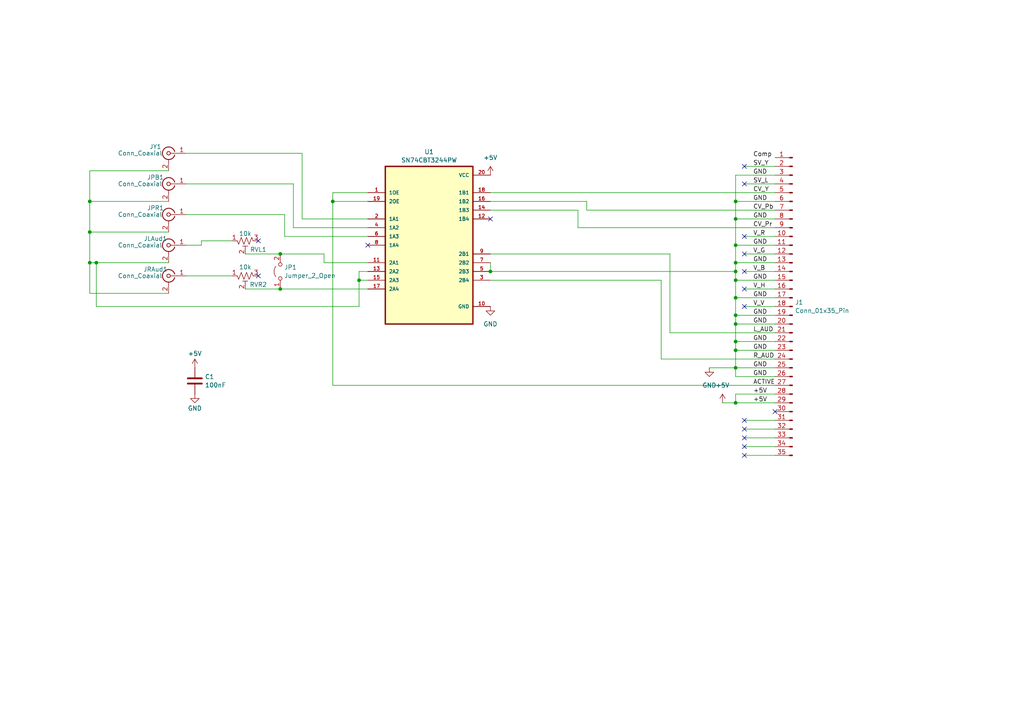
<source format=kicad_sch>
(kicad_sch
	(version 20231120)
	(generator "eeschema")
	(generator_version "8.0")
	(uuid "cd75e6d9-63a4-4b18-bef6-de039d47422a")
	(paper "A4")
	(lib_symbols
		(symbol "+5V_1"
			(power)
			(pin_numbers hide)
			(pin_names
				(offset 0) hide)
			(exclude_from_sim no)
			(in_bom yes)
			(on_board yes)
			(property "Reference" "#PWR"
				(at 0 -3.81 0)
				(effects
					(font
						(size 1.27 1.27)
					)
					(hide yes)
				)
			)
			(property "Value" "+5V"
				(at 0 3.556 0)
				(effects
					(font
						(size 1.27 1.27)
					)
				)
			)
			(property "Footprint" ""
				(at 0 0 0)
				(effects
					(font
						(size 1.27 1.27)
					)
					(hide yes)
				)
			)
			(property "Datasheet" ""
				(at 0 0 0)
				(effects
					(font
						(size 1.27 1.27)
					)
					(hide yes)
				)
			)
			(property "Description" "Power symbol creates a global label with name \"+5V\""
				(at 0 0 0)
				(effects
					(font
						(size 1.27 1.27)
					)
					(hide yes)
				)
			)
			(property "ki_keywords" "global power"
				(at 0 0 0)
				(effects
					(font
						(size 1.27 1.27)
					)
					(hide yes)
				)
			)
			(symbol "+5V_1_0_1"
				(polyline
					(pts
						(xy -0.762 1.27) (xy 0 2.54)
					)
					(stroke
						(width 0)
						(type default)
					)
					(fill
						(type none)
					)
				)
				(polyline
					(pts
						(xy 0 0) (xy 0 2.54)
					)
					(stroke
						(width 0)
						(type default)
					)
					(fill
						(type none)
					)
				)
				(polyline
					(pts
						(xy 0 2.54) (xy 0.762 1.27)
					)
					(stroke
						(width 0)
						(type default)
					)
					(fill
						(type none)
					)
				)
			)
			(symbol "+5V_1_1_1"
				(pin power_in line
					(at 0 0 90)
					(length 0)
					(name "~"
						(effects
							(font
								(size 1.27 1.27)
							)
						)
					)
					(number "1"
						(effects
							(font
								(size 1.27 1.27)
							)
						)
					)
				)
			)
		)
		(symbol "Connector:Conn_01x35_Pin"
			(pin_names
				(offset 1.016) hide)
			(exclude_from_sim no)
			(in_bom yes)
			(on_board yes)
			(property "Reference" "J"
				(at 0 45.72 0)
				(effects
					(font
						(size 1.27 1.27)
					)
				)
			)
			(property "Value" "Conn_01x35_Pin"
				(at 0 -45.72 0)
				(effects
					(font
						(size 1.27 1.27)
					)
				)
			)
			(property "Footprint" ""
				(at 0 0 0)
				(effects
					(font
						(size 1.27 1.27)
					)
					(hide yes)
				)
			)
			(property "Datasheet" "~"
				(at 0 0 0)
				(effects
					(font
						(size 1.27 1.27)
					)
					(hide yes)
				)
			)
			(property "Description" "Generic connector, single row, 01x35, script generated"
				(at 0 0 0)
				(effects
					(font
						(size 1.27 1.27)
					)
					(hide yes)
				)
			)
			(property "ki_locked" ""
				(at 0 0 0)
				(effects
					(font
						(size 1.27 1.27)
					)
				)
			)
			(property "ki_keywords" "connector"
				(at 0 0 0)
				(effects
					(font
						(size 1.27 1.27)
					)
					(hide yes)
				)
			)
			(property "ki_fp_filters" "Connector*:*_1x??_*"
				(at 0 0 0)
				(effects
					(font
						(size 1.27 1.27)
					)
					(hide yes)
				)
			)
			(symbol "Conn_01x35_Pin_1_1"
				(polyline
					(pts
						(xy 1.27 -43.18) (xy 0.8636 -43.18)
					)
					(stroke
						(width 0.1524)
						(type default)
					)
					(fill
						(type none)
					)
				)
				(polyline
					(pts
						(xy 1.27 -40.64) (xy 0.8636 -40.64)
					)
					(stroke
						(width 0.1524)
						(type default)
					)
					(fill
						(type none)
					)
				)
				(polyline
					(pts
						(xy 1.27 -38.1) (xy 0.8636 -38.1)
					)
					(stroke
						(width 0.1524)
						(type default)
					)
					(fill
						(type none)
					)
				)
				(polyline
					(pts
						(xy 1.27 -35.56) (xy 0.8636 -35.56)
					)
					(stroke
						(width 0.1524)
						(type default)
					)
					(fill
						(type none)
					)
				)
				(polyline
					(pts
						(xy 1.27 -33.02) (xy 0.8636 -33.02)
					)
					(stroke
						(width 0.1524)
						(type default)
					)
					(fill
						(type none)
					)
				)
				(polyline
					(pts
						(xy 1.27 -30.48) (xy 0.8636 -30.48)
					)
					(stroke
						(width 0.1524)
						(type default)
					)
					(fill
						(type none)
					)
				)
				(polyline
					(pts
						(xy 1.27 -27.94) (xy 0.8636 -27.94)
					)
					(stroke
						(width 0.1524)
						(type default)
					)
					(fill
						(type none)
					)
				)
				(polyline
					(pts
						(xy 1.27 -25.4) (xy 0.8636 -25.4)
					)
					(stroke
						(width 0.1524)
						(type default)
					)
					(fill
						(type none)
					)
				)
				(polyline
					(pts
						(xy 1.27 -22.86) (xy 0.8636 -22.86)
					)
					(stroke
						(width 0.1524)
						(type default)
					)
					(fill
						(type none)
					)
				)
				(polyline
					(pts
						(xy 1.27 -20.32) (xy 0.8636 -20.32)
					)
					(stroke
						(width 0.1524)
						(type default)
					)
					(fill
						(type none)
					)
				)
				(polyline
					(pts
						(xy 1.27 -17.78) (xy 0.8636 -17.78)
					)
					(stroke
						(width 0.1524)
						(type default)
					)
					(fill
						(type none)
					)
				)
				(polyline
					(pts
						(xy 1.27 -15.24) (xy 0.8636 -15.24)
					)
					(stroke
						(width 0.1524)
						(type default)
					)
					(fill
						(type none)
					)
				)
				(polyline
					(pts
						(xy 1.27 -12.7) (xy 0.8636 -12.7)
					)
					(stroke
						(width 0.1524)
						(type default)
					)
					(fill
						(type none)
					)
				)
				(polyline
					(pts
						(xy 1.27 -10.16) (xy 0.8636 -10.16)
					)
					(stroke
						(width 0.1524)
						(type default)
					)
					(fill
						(type none)
					)
				)
				(polyline
					(pts
						(xy 1.27 -7.62) (xy 0.8636 -7.62)
					)
					(stroke
						(width 0.1524)
						(type default)
					)
					(fill
						(type none)
					)
				)
				(polyline
					(pts
						(xy 1.27 -5.08) (xy 0.8636 -5.08)
					)
					(stroke
						(width 0.1524)
						(type default)
					)
					(fill
						(type none)
					)
				)
				(polyline
					(pts
						(xy 1.27 -2.54) (xy 0.8636 -2.54)
					)
					(stroke
						(width 0.1524)
						(type default)
					)
					(fill
						(type none)
					)
				)
				(polyline
					(pts
						(xy 1.27 0) (xy 0.8636 0)
					)
					(stroke
						(width 0.1524)
						(type default)
					)
					(fill
						(type none)
					)
				)
				(polyline
					(pts
						(xy 1.27 2.54) (xy 0.8636 2.54)
					)
					(stroke
						(width 0.1524)
						(type default)
					)
					(fill
						(type none)
					)
				)
				(polyline
					(pts
						(xy 1.27 5.08) (xy 0.8636 5.08)
					)
					(stroke
						(width 0.1524)
						(type default)
					)
					(fill
						(type none)
					)
				)
				(polyline
					(pts
						(xy 1.27 7.62) (xy 0.8636 7.62)
					)
					(stroke
						(width 0.1524)
						(type default)
					)
					(fill
						(type none)
					)
				)
				(polyline
					(pts
						(xy 1.27 10.16) (xy 0.8636 10.16)
					)
					(stroke
						(width 0.1524)
						(type default)
					)
					(fill
						(type none)
					)
				)
				(polyline
					(pts
						(xy 1.27 12.7) (xy 0.8636 12.7)
					)
					(stroke
						(width 0.1524)
						(type default)
					)
					(fill
						(type none)
					)
				)
				(polyline
					(pts
						(xy 1.27 15.24) (xy 0.8636 15.24)
					)
					(stroke
						(width 0.1524)
						(type default)
					)
					(fill
						(type none)
					)
				)
				(polyline
					(pts
						(xy 1.27 17.78) (xy 0.8636 17.78)
					)
					(stroke
						(width 0.1524)
						(type default)
					)
					(fill
						(type none)
					)
				)
				(polyline
					(pts
						(xy 1.27 20.32) (xy 0.8636 20.32)
					)
					(stroke
						(width 0.1524)
						(type default)
					)
					(fill
						(type none)
					)
				)
				(polyline
					(pts
						(xy 1.27 22.86) (xy 0.8636 22.86)
					)
					(stroke
						(width 0.1524)
						(type default)
					)
					(fill
						(type none)
					)
				)
				(polyline
					(pts
						(xy 1.27 25.4) (xy 0.8636 25.4)
					)
					(stroke
						(width 0.1524)
						(type default)
					)
					(fill
						(type none)
					)
				)
				(polyline
					(pts
						(xy 1.27 27.94) (xy 0.8636 27.94)
					)
					(stroke
						(width 0.1524)
						(type default)
					)
					(fill
						(type none)
					)
				)
				(polyline
					(pts
						(xy 1.27 30.48) (xy 0.8636 30.48)
					)
					(stroke
						(width 0.1524)
						(type default)
					)
					(fill
						(type none)
					)
				)
				(polyline
					(pts
						(xy 1.27 33.02) (xy 0.8636 33.02)
					)
					(stroke
						(width 0.1524)
						(type default)
					)
					(fill
						(type none)
					)
				)
				(polyline
					(pts
						(xy 1.27 35.56) (xy 0.8636 35.56)
					)
					(stroke
						(width 0.1524)
						(type default)
					)
					(fill
						(type none)
					)
				)
				(polyline
					(pts
						(xy 1.27 38.1) (xy 0.8636 38.1)
					)
					(stroke
						(width 0.1524)
						(type default)
					)
					(fill
						(type none)
					)
				)
				(polyline
					(pts
						(xy 1.27 40.64) (xy 0.8636 40.64)
					)
					(stroke
						(width 0.1524)
						(type default)
					)
					(fill
						(type none)
					)
				)
				(polyline
					(pts
						(xy 1.27 43.18) (xy 0.8636 43.18)
					)
					(stroke
						(width 0.1524)
						(type default)
					)
					(fill
						(type none)
					)
				)
				(rectangle
					(start 0.8636 -43.053)
					(end 0 -43.307)
					(stroke
						(width 0.1524)
						(type default)
					)
					(fill
						(type outline)
					)
				)
				(rectangle
					(start 0.8636 -40.513)
					(end 0 -40.767)
					(stroke
						(width 0.1524)
						(type default)
					)
					(fill
						(type outline)
					)
				)
				(rectangle
					(start 0.8636 -37.973)
					(end 0 -38.227)
					(stroke
						(width 0.1524)
						(type default)
					)
					(fill
						(type outline)
					)
				)
				(rectangle
					(start 0.8636 -35.433)
					(end 0 -35.687)
					(stroke
						(width 0.1524)
						(type default)
					)
					(fill
						(type outline)
					)
				)
				(rectangle
					(start 0.8636 -32.893)
					(end 0 -33.147)
					(stroke
						(width 0.1524)
						(type default)
					)
					(fill
						(type outline)
					)
				)
				(rectangle
					(start 0.8636 -30.353)
					(end 0 -30.607)
					(stroke
						(width 0.1524)
						(type default)
					)
					(fill
						(type outline)
					)
				)
				(rectangle
					(start 0.8636 -27.813)
					(end 0 -28.067)
					(stroke
						(width 0.1524)
						(type default)
					)
					(fill
						(type outline)
					)
				)
				(rectangle
					(start 0.8636 -25.273)
					(end 0 -25.527)
					(stroke
						(width 0.1524)
						(type default)
					)
					(fill
						(type outline)
					)
				)
				(rectangle
					(start 0.8636 -22.733)
					(end 0 -22.987)
					(stroke
						(width 0.1524)
						(type default)
					)
					(fill
						(type outline)
					)
				)
				(rectangle
					(start 0.8636 -20.193)
					(end 0 -20.447)
					(stroke
						(width 0.1524)
						(type default)
					)
					(fill
						(type outline)
					)
				)
				(rectangle
					(start 0.8636 -17.653)
					(end 0 -17.907)
					(stroke
						(width 0.1524)
						(type default)
					)
					(fill
						(type outline)
					)
				)
				(rectangle
					(start 0.8636 -15.113)
					(end 0 -15.367)
					(stroke
						(width 0.1524)
						(type default)
					)
					(fill
						(type outline)
					)
				)
				(rectangle
					(start 0.8636 -12.573)
					(end 0 -12.827)
					(stroke
						(width 0.1524)
						(type default)
					)
					(fill
						(type outline)
					)
				)
				(rectangle
					(start 0.8636 -10.033)
					(end 0 -10.287)
					(stroke
						(width 0.1524)
						(type default)
					)
					(fill
						(type outline)
					)
				)
				(rectangle
					(start 0.8636 -7.493)
					(end 0 -7.747)
					(stroke
						(width 0.1524)
						(type default)
					)
					(fill
						(type outline)
					)
				)
				(rectangle
					(start 0.8636 -4.953)
					(end 0 -5.207)
					(stroke
						(width 0.1524)
						(type default)
					)
					(fill
						(type outline)
					)
				)
				(rectangle
					(start 0.8636 -2.413)
					(end 0 -2.667)
					(stroke
						(width 0.1524)
						(type default)
					)
					(fill
						(type outline)
					)
				)
				(rectangle
					(start 0.8636 0.127)
					(end 0 -0.127)
					(stroke
						(width 0.1524)
						(type default)
					)
					(fill
						(type outline)
					)
				)
				(rectangle
					(start 0.8636 2.667)
					(end 0 2.413)
					(stroke
						(width 0.1524)
						(type default)
					)
					(fill
						(type outline)
					)
				)
				(rectangle
					(start 0.8636 5.207)
					(end 0 4.953)
					(stroke
						(width 0.1524)
						(type default)
					)
					(fill
						(type outline)
					)
				)
				(rectangle
					(start 0.8636 7.747)
					(end 0 7.493)
					(stroke
						(width 0.1524)
						(type default)
					)
					(fill
						(type outline)
					)
				)
				(rectangle
					(start 0.8636 10.287)
					(end 0 10.033)
					(stroke
						(width 0.1524)
						(type default)
					)
					(fill
						(type outline)
					)
				)
				(rectangle
					(start 0.8636 12.827)
					(end 0 12.573)
					(stroke
						(width 0.1524)
						(type default)
					)
					(fill
						(type outline)
					)
				)
				(rectangle
					(start 0.8636 15.367)
					(end 0 15.113)
					(stroke
						(width 0.1524)
						(type default)
					)
					(fill
						(type outline)
					)
				)
				(rectangle
					(start 0.8636 17.907)
					(end 0 17.653)
					(stroke
						(width 0.1524)
						(type default)
					)
					(fill
						(type outline)
					)
				)
				(rectangle
					(start 0.8636 20.447)
					(end 0 20.193)
					(stroke
						(width 0.1524)
						(type default)
					)
					(fill
						(type outline)
					)
				)
				(rectangle
					(start 0.8636 22.987)
					(end 0 22.733)
					(stroke
						(width 0.1524)
						(type default)
					)
					(fill
						(type outline)
					)
				)
				(rectangle
					(start 0.8636 25.527)
					(end 0 25.273)
					(stroke
						(width 0.1524)
						(type default)
					)
					(fill
						(type outline)
					)
				)
				(rectangle
					(start 0.8636 28.067)
					(end 0 27.813)
					(stroke
						(width 0.1524)
						(type default)
					)
					(fill
						(type outline)
					)
				)
				(rectangle
					(start 0.8636 30.607)
					(end 0 30.353)
					(stroke
						(width 0.1524)
						(type default)
					)
					(fill
						(type outline)
					)
				)
				(rectangle
					(start 0.8636 33.147)
					(end 0 32.893)
					(stroke
						(width 0.1524)
						(type default)
					)
					(fill
						(type outline)
					)
				)
				(rectangle
					(start 0.8636 35.687)
					(end 0 35.433)
					(stroke
						(width 0.1524)
						(type default)
					)
					(fill
						(type outline)
					)
				)
				(rectangle
					(start 0.8636 38.227)
					(end 0 37.973)
					(stroke
						(width 0.1524)
						(type default)
					)
					(fill
						(type outline)
					)
				)
				(rectangle
					(start 0.8636 40.767)
					(end 0 40.513)
					(stroke
						(width 0.1524)
						(type default)
					)
					(fill
						(type outline)
					)
				)
				(rectangle
					(start 0.8636 43.307)
					(end 0 43.053)
					(stroke
						(width 0.1524)
						(type default)
					)
					(fill
						(type outline)
					)
				)
				(pin passive line
					(at 5.08 43.18 180)
					(length 3.81)
					(name "Pin_1"
						(effects
							(font
								(size 1.27 1.27)
							)
						)
					)
					(number "1"
						(effects
							(font
								(size 1.27 1.27)
							)
						)
					)
				)
				(pin passive line
					(at 5.08 20.32 180)
					(length 3.81)
					(name "Pin_10"
						(effects
							(font
								(size 1.27 1.27)
							)
						)
					)
					(number "10"
						(effects
							(font
								(size 1.27 1.27)
							)
						)
					)
				)
				(pin passive line
					(at 5.08 17.78 180)
					(length 3.81)
					(name "Pin_11"
						(effects
							(font
								(size 1.27 1.27)
							)
						)
					)
					(number "11"
						(effects
							(font
								(size 1.27 1.27)
							)
						)
					)
				)
				(pin passive line
					(at 5.08 15.24 180)
					(length 3.81)
					(name "Pin_12"
						(effects
							(font
								(size 1.27 1.27)
							)
						)
					)
					(number "12"
						(effects
							(font
								(size 1.27 1.27)
							)
						)
					)
				)
				(pin passive line
					(at 5.08 12.7 180)
					(length 3.81)
					(name "Pin_13"
						(effects
							(font
								(size 1.27 1.27)
							)
						)
					)
					(number "13"
						(effects
							(font
								(size 1.27 1.27)
							)
						)
					)
				)
				(pin passive line
					(at 5.08 10.16 180)
					(length 3.81)
					(name "Pin_14"
						(effects
							(font
								(size 1.27 1.27)
							)
						)
					)
					(number "14"
						(effects
							(font
								(size 1.27 1.27)
							)
						)
					)
				)
				(pin passive line
					(at 5.08 7.62 180)
					(length 3.81)
					(name "Pin_15"
						(effects
							(font
								(size 1.27 1.27)
							)
						)
					)
					(number "15"
						(effects
							(font
								(size 1.27 1.27)
							)
						)
					)
				)
				(pin passive line
					(at 5.08 5.08 180)
					(length 3.81)
					(name "Pin_16"
						(effects
							(font
								(size 1.27 1.27)
							)
						)
					)
					(number "16"
						(effects
							(font
								(size 1.27 1.27)
							)
						)
					)
				)
				(pin passive line
					(at 5.08 2.54 180)
					(length 3.81)
					(name "Pin_17"
						(effects
							(font
								(size 1.27 1.27)
							)
						)
					)
					(number "17"
						(effects
							(font
								(size 1.27 1.27)
							)
						)
					)
				)
				(pin passive line
					(at 5.08 0 180)
					(length 3.81)
					(name "Pin_18"
						(effects
							(font
								(size 1.27 1.27)
							)
						)
					)
					(number "18"
						(effects
							(font
								(size 1.27 1.27)
							)
						)
					)
				)
				(pin passive line
					(at 5.08 -2.54 180)
					(length 3.81)
					(name "Pin_19"
						(effects
							(font
								(size 1.27 1.27)
							)
						)
					)
					(number "19"
						(effects
							(font
								(size 1.27 1.27)
							)
						)
					)
				)
				(pin passive line
					(at 5.08 40.64 180)
					(length 3.81)
					(name "Pin_2"
						(effects
							(font
								(size 1.27 1.27)
							)
						)
					)
					(number "2"
						(effects
							(font
								(size 1.27 1.27)
							)
						)
					)
				)
				(pin passive line
					(at 5.08 -5.08 180)
					(length 3.81)
					(name "Pin_20"
						(effects
							(font
								(size 1.27 1.27)
							)
						)
					)
					(number "20"
						(effects
							(font
								(size 1.27 1.27)
							)
						)
					)
				)
				(pin passive line
					(at 5.08 -7.62 180)
					(length 3.81)
					(name "Pin_21"
						(effects
							(font
								(size 1.27 1.27)
							)
						)
					)
					(number "21"
						(effects
							(font
								(size 1.27 1.27)
							)
						)
					)
				)
				(pin passive line
					(at 5.08 -10.16 180)
					(length 3.81)
					(name "Pin_22"
						(effects
							(font
								(size 1.27 1.27)
							)
						)
					)
					(number "22"
						(effects
							(font
								(size 1.27 1.27)
							)
						)
					)
				)
				(pin passive line
					(at 5.08 -12.7 180)
					(length 3.81)
					(name "Pin_23"
						(effects
							(font
								(size 1.27 1.27)
							)
						)
					)
					(number "23"
						(effects
							(font
								(size 1.27 1.27)
							)
						)
					)
				)
				(pin passive line
					(at 5.08 -15.24 180)
					(length 3.81)
					(name "Pin_24"
						(effects
							(font
								(size 1.27 1.27)
							)
						)
					)
					(number "24"
						(effects
							(font
								(size 1.27 1.27)
							)
						)
					)
				)
				(pin passive line
					(at 5.08 -17.78 180)
					(length 3.81)
					(name "Pin_25"
						(effects
							(font
								(size 1.27 1.27)
							)
						)
					)
					(number "25"
						(effects
							(font
								(size 1.27 1.27)
							)
						)
					)
				)
				(pin passive line
					(at 5.08 -20.32 180)
					(length 3.81)
					(name "Pin_26"
						(effects
							(font
								(size 1.27 1.27)
							)
						)
					)
					(number "26"
						(effects
							(font
								(size 1.27 1.27)
							)
						)
					)
				)
				(pin passive line
					(at 5.08 -22.86 180)
					(length 3.81)
					(name "Pin_27"
						(effects
							(font
								(size 1.27 1.27)
							)
						)
					)
					(number "27"
						(effects
							(font
								(size 1.27 1.27)
							)
						)
					)
				)
				(pin passive line
					(at 5.08 -25.4 180)
					(length 3.81)
					(name "Pin_28"
						(effects
							(font
								(size 1.27 1.27)
							)
						)
					)
					(number "28"
						(effects
							(font
								(size 1.27 1.27)
							)
						)
					)
				)
				(pin passive line
					(at 5.08 -27.94 180)
					(length 3.81)
					(name "Pin_29"
						(effects
							(font
								(size 1.27 1.27)
							)
						)
					)
					(number "29"
						(effects
							(font
								(size 1.27 1.27)
							)
						)
					)
				)
				(pin passive line
					(at 5.08 38.1 180)
					(length 3.81)
					(name "Pin_3"
						(effects
							(font
								(size 1.27 1.27)
							)
						)
					)
					(number "3"
						(effects
							(font
								(size 1.27 1.27)
							)
						)
					)
				)
				(pin passive line
					(at 5.08 -30.48 180)
					(length 3.81)
					(name "Pin_30"
						(effects
							(font
								(size 1.27 1.27)
							)
						)
					)
					(number "30"
						(effects
							(font
								(size 1.27 1.27)
							)
						)
					)
				)
				(pin passive line
					(at 5.08 -33.02 180)
					(length 3.81)
					(name "Pin_31"
						(effects
							(font
								(size 1.27 1.27)
							)
						)
					)
					(number "31"
						(effects
							(font
								(size 1.27 1.27)
							)
						)
					)
				)
				(pin passive line
					(at 5.08 -35.56 180)
					(length 3.81)
					(name "Pin_32"
						(effects
							(font
								(size 1.27 1.27)
							)
						)
					)
					(number "32"
						(effects
							(font
								(size 1.27 1.27)
							)
						)
					)
				)
				(pin passive line
					(at 5.08 -38.1 180)
					(length 3.81)
					(name "Pin_33"
						(effects
							(font
								(size 1.27 1.27)
							)
						)
					)
					(number "33"
						(effects
							(font
								(size 1.27 1.27)
							)
						)
					)
				)
				(pin passive line
					(at 5.08 -40.64 180)
					(length 3.81)
					(name "Pin_34"
						(effects
							(font
								(size 1.27 1.27)
							)
						)
					)
					(number "34"
						(effects
							(font
								(size 1.27 1.27)
							)
						)
					)
				)
				(pin passive line
					(at 5.08 -43.18 180)
					(length 3.81)
					(name "Pin_35"
						(effects
							(font
								(size 1.27 1.27)
							)
						)
					)
					(number "35"
						(effects
							(font
								(size 1.27 1.27)
							)
						)
					)
				)
				(pin passive line
					(at 5.08 35.56 180)
					(length 3.81)
					(name "Pin_4"
						(effects
							(font
								(size 1.27 1.27)
							)
						)
					)
					(number "4"
						(effects
							(font
								(size 1.27 1.27)
							)
						)
					)
				)
				(pin passive line
					(at 5.08 33.02 180)
					(length 3.81)
					(name "Pin_5"
						(effects
							(font
								(size 1.27 1.27)
							)
						)
					)
					(number "5"
						(effects
							(font
								(size 1.27 1.27)
							)
						)
					)
				)
				(pin passive line
					(at 5.08 30.48 180)
					(length 3.81)
					(name "Pin_6"
						(effects
							(font
								(size 1.27 1.27)
							)
						)
					)
					(number "6"
						(effects
							(font
								(size 1.27 1.27)
							)
						)
					)
				)
				(pin passive line
					(at 5.08 27.94 180)
					(length 3.81)
					(name "Pin_7"
						(effects
							(font
								(size 1.27 1.27)
							)
						)
					)
					(number "7"
						(effects
							(font
								(size 1.27 1.27)
							)
						)
					)
				)
				(pin passive line
					(at 5.08 25.4 180)
					(length 3.81)
					(name "Pin_8"
						(effects
							(font
								(size 1.27 1.27)
							)
						)
					)
					(number "8"
						(effects
							(font
								(size 1.27 1.27)
							)
						)
					)
				)
				(pin passive line
					(at 5.08 22.86 180)
					(length 3.81)
					(name "Pin_9"
						(effects
							(font
								(size 1.27 1.27)
							)
						)
					)
					(number "9"
						(effects
							(font
								(size 1.27 1.27)
							)
						)
					)
				)
			)
		)
		(symbol "Connector:Conn_Coaxial"
			(pin_names
				(offset 1.016) hide)
			(exclude_from_sim no)
			(in_bom yes)
			(on_board yes)
			(property "Reference" "J"
				(at 0.254 3.048 0)
				(effects
					(font
						(size 1.27 1.27)
					)
				)
			)
			(property "Value" "Conn_Coaxial"
				(at 2.921 0 90)
				(effects
					(font
						(size 1.27 1.27)
					)
				)
			)
			(property "Footprint" ""
				(at 0 0 0)
				(effects
					(font
						(size 1.27 1.27)
					)
					(hide yes)
				)
			)
			(property "Datasheet" "~"
				(at 0 0 0)
				(effects
					(font
						(size 1.27 1.27)
					)
					(hide yes)
				)
			)
			(property "Description" "coaxial connector (BNC, SMA, SMB, SMC, Cinch/RCA, LEMO, ...)"
				(at 0 0 0)
				(effects
					(font
						(size 1.27 1.27)
					)
					(hide yes)
				)
			)
			(property "ki_keywords" "BNC SMA SMB SMC LEMO coaxial connector CINCH RCA MCX MMCX U.FL UMRF"
				(at 0 0 0)
				(effects
					(font
						(size 1.27 1.27)
					)
					(hide yes)
				)
			)
			(property "ki_fp_filters" "*BNC* *SMA* *SMB* *SMC* *Cinch* *LEMO* *UMRF* *MCX* *U.FL*"
				(at 0 0 0)
				(effects
					(font
						(size 1.27 1.27)
					)
					(hide yes)
				)
			)
			(symbol "Conn_Coaxial_0_1"
				(arc
					(start -1.778 -0.508)
					(mid 0.2311 -1.8066)
					(end 1.778 0)
					(stroke
						(width 0.254)
						(type default)
					)
					(fill
						(type none)
					)
				)
				(polyline
					(pts
						(xy -2.54 0) (xy -0.508 0)
					)
					(stroke
						(width 0)
						(type default)
					)
					(fill
						(type none)
					)
				)
				(polyline
					(pts
						(xy 0 -2.54) (xy 0 -1.778)
					)
					(stroke
						(width 0)
						(type default)
					)
					(fill
						(type none)
					)
				)
				(circle
					(center 0 0)
					(radius 0.508)
					(stroke
						(width 0.2032)
						(type default)
					)
					(fill
						(type none)
					)
				)
				(arc
					(start 1.778 0)
					(mid 0.2099 1.8101)
					(end -1.778 0.508)
					(stroke
						(width 0.254)
						(type default)
					)
					(fill
						(type none)
					)
				)
			)
			(symbol "Conn_Coaxial_1_1"
				(pin passive line
					(at -5.08 0 0)
					(length 2.54)
					(name "In"
						(effects
							(font
								(size 1.27 1.27)
							)
						)
					)
					(number "1"
						(effects
							(font
								(size 1.27 1.27)
							)
						)
					)
				)
				(pin passive line
					(at 0 -5.08 90)
					(length 2.54)
					(name "Ext"
						(effects
							(font
								(size 1.27 1.27)
							)
						)
					)
					(number "2"
						(effects
							(font
								(size 1.27 1.27)
							)
						)
					)
				)
			)
		)
		(symbol "Device:C"
			(pin_numbers hide)
			(pin_names
				(offset 0.254)
			)
			(exclude_from_sim no)
			(in_bom yes)
			(on_board yes)
			(property "Reference" "C"
				(at 0.635 2.54 0)
				(effects
					(font
						(size 1.27 1.27)
					)
					(justify left)
				)
			)
			(property "Value" "C"
				(at 0.635 -2.54 0)
				(effects
					(font
						(size 1.27 1.27)
					)
					(justify left)
				)
			)
			(property "Footprint" ""
				(at 0.9652 -3.81 0)
				(effects
					(font
						(size 1.27 1.27)
					)
					(hide yes)
				)
			)
			(property "Datasheet" "~"
				(at 0 0 0)
				(effects
					(font
						(size 1.27 1.27)
					)
					(hide yes)
				)
			)
			(property "Description" "Unpolarized capacitor"
				(at 0 0 0)
				(effects
					(font
						(size 1.27 1.27)
					)
					(hide yes)
				)
			)
			(property "ki_keywords" "cap capacitor"
				(at 0 0 0)
				(effects
					(font
						(size 1.27 1.27)
					)
					(hide yes)
				)
			)
			(property "ki_fp_filters" "C_*"
				(at 0 0 0)
				(effects
					(font
						(size 1.27 1.27)
					)
					(hide yes)
				)
			)
			(symbol "C_0_1"
				(polyline
					(pts
						(xy -2.032 -0.762) (xy 2.032 -0.762)
					)
					(stroke
						(width 0.508)
						(type default)
					)
					(fill
						(type none)
					)
				)
				(polyline
					(pts
						(xy -2.032 0.762) (xy 2.032 0.762)
					)
					(stroke
						(width 0.508)
						(type default)
					)
					(fill
						(type none)
					)
				)
			)
			(symbol "C_1_1"
				(pin passive line
					(at 0 3.81 270)
					(length 2.794)
					(name "~"
						(effects
							(font
								(size 1.27 1.27)
							)
						)
					)
					(number "1"
						(effects
							(font
								(size 1.27 1.27)
							)
						)
					)
				)
				(pin passive line
					(at 0 -3.81 90)
					(length 2.794)
					(name "~"
						(effects
							(font
								(size 1.27 1.27)
							)
						)
					)
					(number "2"
						(effects
							(font
								(size 1.27 1.27)
							)
						)
					)
				)
			)
		)
		(symbol "Device:R_Potentiometer_Trim_US"
			(pin_names
				(offset 1.016) hide)
			(exclude_from_sim no)
			(in_bom yes)
			(on_board yes)
			(property "Reference" "RV"
				(at -4.445 0 90)
				(effects
					(font
						(size 1.27 1.27)
					)
				)
			)
			(property "Value" "R_Potentiometer_Trim_US"
				(at -2.54 0 90)
				(effects
					(font
						(size 1.27 1.27)
					)
				)
			)
			(property "Footprint" ""
				(at 0 0 0)
				(effects
					(font
						(size 1.27 1.27)
					)
					(hide yes)
				)
			)
			(property "Datasheet" "~"
				(at 0 0 0)
				(effects
					(font
						(size 1.27 1.27)
					)
					(hide yes)
				)
			)
			(property "Description" "Trim-potentiometer, US symbol"
				(at 0 0 0)
				(effects
					(font
						(size 1.27 1.27)
					)
					(hide yes)
				)
			)
			(property "ki_keywords" "resistor variable trimpot trimmer"
				(at 0 0 0)
				(effects
					(font
						(size 1.27 1.27)
					)
					(hide yes)
				)
			)
			(property "ki_fp_filters" "Potentiometer*"
				(at 0 0 0)
				(effects
					(font
						(size 1.27 1.27)
					)
					(hide yes)
				)
			)
			(symbol "R_Potentiometer_Trim_US_0_1"
				(polyline
					(pts
						(xy 0 -2.286) (xy 0 -2.54)
					)
					(stroke
						(width 0)
						(type default)
					)
					(fill
						(type none)
					)
				)
				(polyline
					(pts
						(xy 0 2.286) (xy 0 2.54)
					)
					(stroke
						(width 0)
						(type default)
					)
					(fill
						(type none)
					)
				)
				(polyline
					(pts
						(xy 1.524 0.762) (xy 1.524 -0.762)
					)
					(stroke
						(width 0)
						(type default)
					)
					(fill
						(type none)
					)
				)
				(polyline
					(pts
						(xy 2.54 0) (xy 1.524 0)
					)
					(stroke
						(width 0)
						(type default)
					)
					(fill
						(type none)
					)
				)
				(polyline
					(pts
						(xy 0 -0.762) (xy 1.016 -1.143) (xy 0 -1.524) (xy -1.016 -1.905) (xy 0 -2.286)
					)
					(stroke
						(width 0)
						(type default)
					)
					(fill
						(type none)
					)
				)
				(polyline
					(pts
						(xy 0 0.762) (xy 1.016 0.381) (xy 0 0) (xy -1.016 -0.381) (xy 0 -0.762)
					)
					(stroke
						(width 0)
						(type default)
					)
					(fill
						(type none)
					)
				)
				(polyline
					(pts
						(xy 0 2.286) (xy 1.016 1.905) (xy 0 1.524) (xy -1.016 1.143) (xy 0 0.762)
					)
					(stroke
						(width 0)
						(type default)
					)
					(fill
						(type none)
					)
				)
			)
			(symbol "R_Potentiometer_Trim_US_1_1"
				(pin passive line
					(at 0 3.81 270)
					(length 1.27)
					(name "1"
						(effects
							(font
								(size 1.27 1.27)
							)
						)
					)
					(number "1"
						(effects
							(font
								(size 1.27 1.27)
							)
						)
					)
				)
				(pin passive line
					(at 3.81 0 180)
					(length 1.27)
					(name "2"
						(effects
							(font
								(size 1.27 1.27)
							)
						)
					)
					(number "2"
						(effects
							(font
								(size 1.27 1.27)
							)
						)
					)
				)
				(pin passive line
					(at 0 -3.81 90)
					(length 1.27)
					(name "3"
						(effects
							(font
								(size 1.27 1.27)
							)
						)
					)
					(number "3"
						(effects
							(font
								(size 1.27 1.27)
							)
						)
					)
				)
			)
		)
		(symbol "GND_2"
			(power)
			(pin_numbers hide)
			(pin_names
				(offset 0) hide)
			(exclude_from_sim no)
			(in_bom yes)
			(on_board yes)
			(property "Reference" "#PWR"
				(at 0 -6.35 0)
				(effects
					(font
						(size 1.27 1.27)
					)
					(hide yes)
				)
			)
			(property "Value" "GND"
				(at 0 -3.81 0)
				(effects
					(font
						(size 1.27 1.27)
					)
				)
			)
			(property "Footprint" ""
				(at 0 0 0)
				(effects
					(font
						(size 1.27 1.27)
					)
					(hide yes)
				)
			)
			(property "Datasheet" ""
				(at 0 0 0)
				(effects
					(font
						(size 1.27 1.27)
					)
					(hide yes)
				)
			)
			(property "Description" "Power symbol creates a global label with name \"GND\" , ground"
				(at 0 0 0)
				(effects
					(font
						(size 1.27 1.27)
					)
					(hide yes)
				)
			)
			(property "ki_keywords" "global power"
				(at 0 0 0)
				(effects
					(font
						(size 1.27 1.27)
					)
					(hide yes)
				)
			)
			(symbol "GND_2_0_1"
				(polyline
					(pts
						(xy 0 0) (xy 0 -1.27) (xy 1.27 -1.27) (xy 0 -2.54) (xy -1.27 -1.27) (xy 0 -1.27)
					)
					(stroke
						(width 0)
						(type default)
					)
					(fill
						(type none)
					)
				)
			)
			(symbol "GND_2_1_1"
				(pin power_in line
					(at 0 0 270)
					(length 0)
					(name "~"
						(effects
							(font
								(size 1.27 1.27)
							)
						)
					)
					(number "1"
						(effects
							(font
								(size 1.27 1.27)
							)
						)
					)
				)
			)
		)
		(symbol "Jumper:Jumper_2_Open"
			(pin_names
				(offset 0) hide)
			(exclude_from_sim no)
			(in_bom yes)
			(on_board yes)
			(property "Reference" "JP"
				(at 0 2.794 0)
				(effects
					(font
						(size 1.27 1.27)
					)
				)
			)
			(property "Value" "Jumper_2_Open"
				(at 0 -2.286 0)
				(effects
					(font
						(size 1.27 1.27)
					)
				)
			)
			(property "Footprint" ""
				(at 0 0 0)
				(effects
					(font
						(size 1.27 1.27)
					)
					(hide yes)
				)
			)
			(property "Datasheet" "~"
				(at 0 0 0)
				(effects
					(font
						(size 1.27 1.27)
					)
					(hide yes)
				)
			)
			(property "Description" "Jumper, 2-pole, open"
				(at 0 0 0)
				(effects
					(font
						(size 1.27 1.27)
					)
					(hide yes)
				)
			)
			(property "ki_keywords" "Jumper SPST"
				(at 0 0 0)
				(effects
					(font
						(size 1.27 1.27)
					)
					(hide yes)
				)
			)
			(property "ki_fp_filters" "Jumper* TestPoint*2Pads* TestPoint*Bridge*"
				(at 0 0 0)
				(effects
					(font
						(size 1.27 1.27)
					)
					(hide yes)
				)
			)
			(symbol "Jumper_2_Open_0_0"
				(circle
					(center -2.032 0)
					(radius 0.508)
					(stroke
						(width 0)
						(type default)
					)
					(fill
						(type none)
					)
				)
				(circle
					(center 2.032 0)
					(radius 0.508)
					(stroke
						(width 0)
						(type default)
					)
					(fill
						(type none)
					)
				)
			)
			(symbol "Jumper_2_Open_0_1"
				(arc
					(start 1.524 1.27)
					(mid 0 1.778)
					(end -1.524 1.27)
					(stroke
						(width 0)
						(type default)
					)
					(fill
						(type none)
					)
				)
			)
			(symbol "Jumper_2_Open_1_1"
				(pin passive line
					(at -5.08 0 0)
					(length 2.54)
					(name "A"
						(effects
							(font
								(size 1.27 1.27)
							)
						)
					)
					(number "1"
						(effects
							(font
								(size 1.27 1.27)
							)
						)
					)
				)
				(pin passive line
					(at 5.08 0 180)
					(length 2.54)
					(name "B"
						(effects
							(font
								(size 1.27 1.27)
							)
						)
					)
					(number "2"
						(effects
							(font
								(size 1.27 1.27)
							)
						)
					)
				)
			)
		)
		(symbol "SN74CBT3244PW:SN74CBT3244PW"
			(pin_names
				(offset 1.016)
			)
			(exclude_from_sim no)
			(in_bom yes)
			(on_board yes)
			(property "Reference" "U1"
				(at 0 27.94 0)
				(effects
					(font
						(size 1.27 1.27)
					)
				)
			)
			(property "Value" "SN74CBT3244PW"
				(at 0 25.4 0)
				(effects
					(font
						(size 1.27 1.27)
					)
				)
			)
			(property "Footprint" "SOP65P640X120-20N"
				(at 0 0 0)
				(effects
					(font
						(size 1.27 1.27)
					)
					(justify bottom)
					(hide yes)
				)
			)
			(property "Datasheet" ""
				(at 0 0 0)
				(effects
					(font
						(size 1.27 1.27)
					)
					(hide yes)
				)
			)
			(property "Description" ""
				(at 0 0 0)
				(effects
					(font
						(size 1.27 1.27)
					)
					(hide yes)
				)
			)
			(symbol "SN74CBT3244PW_0_0"
				(rectangle
					(start -12.7 -22.86)
					(end 12.7 22.86)
					(stroke
						(width 0.41)
						(type default)
					)
					(fill
						(type background)
					)
				)
				(pin input line
					(at -17.78 15.24 0)
					(length 5.08)
					(name "1OE"
						(effects
							(font
								(size 1.016 1.016)
							)
						)
					)
					(number "1"
						(effects
							(font
								(size 1.016 1.016)
							)
						)
					)
				)
				(pin power_in line
					(at 17.78 -17.78 180)
					(length 5.08)
					(name "GND"
						(effects
							(font
								(size 1.016 1.016)
							)
						)
					)
					(number "10"
						(effects
							(font
								(size 1.016 1.016)
							)
						)
					)
				)
				(pin bidirectional line
					(at -17.78 -5.08 0)
					(length 5.08)
					(name "2A1"
						(effects
							(font
								(size 1.016 1.016)
							)
						)
					)
					(number "11"
						(effects
							(font
								(size 1.016 1.016)
							)
						)
					)
				)
				(pin bidirectional line
					(at 17.78 7.62 180)
					(length 5.08)
					(name "1B4"
						(effects
							(font
								(size 1.016 1.016)
							)
						)
					)
					(number "12"
						(effects
							(font
								(size 1.016 1.016)
							)
						)
					)
				)
				(pin bidirectional line
					(at -17.78 -7.62 0)
					(length 5.08)
					(name "2A2"
						(effects
							(font
								(size 1.016 1.016)
							)
						)
					)
					(number "13"
						(effects
							(font
								(size 1.016 1.016)
							)
						)
					)
				)
				(pin bidirectional line
					(at 17.78 10.16 180)
					(length 5.08)
					(name "1B3"
						(effects
							(font
								(size 1.016 1.016)
							)
						)
					)
					(number "14"
						(effects
							(font
								(size 1.016 1.016)
							)
						)
					)
				)
				(pin bidirectional line
					(at -17.78 -10.16 0)
					(length 5.08)
					(name "2A3"
						(effects
							(font
								(size 1.016 1.016)
							)
						)
					)
					(number "15"
						(effects
							(font
								(size 1.016 1.016)
							)
						)
					)
				)
				(pin bidirectional line
					(at 17.78 12.7 180)
					(length 5.08)
					(name "1B2"
						(effects
							(font
								(size 1.016 1.016)
							)
						)
					)
					(number "16"
						(effects
							(font
								(size 1.016 1.016)
							)
						)
					)
				)
				(pin bidirectional line
					(at -17.78 -12.7 0)
					(length 5.08)
					(name "2A4"
						(effects
							(font
								(size 1.016 1.016)
							)
						)
					)
					(number "17"
						(effects
							(font
								(size 1.016 1.016)
							)
						)
					)
				)
				(pin bidirectional line
					(at 17.78 15.24 180)
					(length 5.08)
					(name "1B1"
						(effects
							(font
								(size 1.016 1.016)
							)
						)
					)
					(number "18"
						(effects
							(font
								(size 1.016 1.016)
							)
						)
					)
				)
				(pin input line
					(at -17.78 12.7 0)
					(length 5.08)
					(name "2OE"
						(effects
							(font
								(size 1.016 1.016)
							)
						)
					)
					(number "19"
						(effects
							(font
								(size 1.016 1.016)
							)
						)
					)
				)
				(pin bidirectional line
					(at -17.78 7.62 0)
					(length 5.08)
					(name "1A1"
						(effects
							(font
								(size 1.016 1.016)
							)
						)
					)
					(number "2"
						(effects
							(font
								(size 1.016 1.016)
							)
						)
					)
				)
				(pin power_in line
					(at 17.78 20.32 180)
					(length 5.08)
					(name "VCC"
						(effects
							(font
								(size 1.016 1.016)
							)
						)
					)
					(number "20"
						(effects
							(font
								(size 1.016 1.016)
							)
						)
					)
				)
				(pin bidirectional line
					(at 17.78 -10.16 180)
					(length 5.08)
					(name "2B4"
						(effects
							(font
								(size 1.016 1.016)
							)
						)
					)
					(number "3"
						(effects
							(font
								(size 1.016 1.016)
							)
						)
					)
				)
				(pin bidirectional line
					(at -17.78 5.08 0)
					(length 5.08)
					(name "1A2"
						(effects
							(font
								(size 1.016 1.016)
							)
						)
					)
					(number "4"
						(effects
							(font
								(size 1.016 1.016)
							)
						)
					)
				)
				(pin bidirectional line
					(at 17.78 -7.62 180)
					(length 5.08)
					(name "2B3"
						(effects
							(font
								(size 1.016 1.016)
							)
						)
					)
					(number "5"
						(effects
							(font
								(size 1.016 1.016)
							)
						)
					)
				)
				(pin bidirectional line
					(at -17.78 2.54 0)
					(length 5.08)
					(name "1A3"
						(effects
							(font
								(size 1.016 1.016)
							)
						)
					)
					(number "6"
						(effects
							(font
								(size 1.016 1.016)
							)
						)
					)
				)
				(pin bidirectional line
					(at 17.78 -5.08 180)
					(length 5.08)
					(name "2B2"
						(effects
							(font
								(size 1.016 1.016)
							)
						)
					)
					(number "7"
						(effects
							(font
								(size 1.016 1.016)
							)
						)
					)
				)
				(pin bidirectional line
					(at -17.78 0 0)
					(length 5.08)
					(name "1A4"
						(effects
							(font
								(size 1.016 1.016)
							)
						)
					)
					(number "8"
						(effects
							(font
								(size 1.016 1.016)
							)
						)
					)
				)
				(pin bidirectional line
					(at 17.78 -2.54 180)
					(length 5.08)
					(name "2B1"
						(effects
							(font
								(size 1.016 1.016)
							)
						)
					)
					(number "9"
						(effects
							(font
								(size 1.016 1.016)
							)
						)
					)
				)
			)
		)
		(symbol "power:+5V"
			(power)
			(pin_names
				(offset 0)
			)
			(exclude_from_sim no)
			(in_bom yes)
			(on_board yes)
			(property "Reference" "#PWR"
				(at 0 -3.81 0)
				(effects
					(font
						(size 1.27 1.27)
					)
					(hide yes)
				)
			)
			(property "Value" "+5V"
				(at 0 3.556 0)
				(effects
					(font
						(size 1.27 1.27)
					)
				)
			)
			(property "Footprint" ""
				(at 0 0 0)
				(effects
					(font
						(size 1.27 1.27)
					)
					(hide yes)
				)
			)
			(property "Datasheet" ""
				(at 0 0 0)
				(effects
					(font
						(size 1.27 1.27)
					)
					(hide yes)
				)
			)
			(property "Description" "Power symbol creates a global label with name \"+5V\""
				(at 0 0 0)
				(effects
					(font
						(size 1.27 1.27)
					)
					(hide yes)
				)
			)
			(property "ki_keywords" "global power"
				(at 0 0 0)
				(effects
					(font
						(size 1.27 1.27)
					)
					(hide yes)
				)
			)
			(symbol "+5V_0_1"
				(polyline
					(pts
						(xy -0.762 1.27) (xy 0 2.54)
					)
					(stroke
						(width 0)
						(type default)
					)
					(fill
						(type none)
					)
				)
				(polyline
					(pts
						(xy 0 0) (xy 0 2.54)
					)
					(stroke
						(width 0)
						(type default)
					)
					(fill
						(type none)
					)
				)
				(polyline
					(pts
						(xy 0 2.54) (xy 0.762 1.27)
					)
					(stroke
						(width 0)
						(type default)
					)
					(fill
						(type none)
					)
				)
			)
			(symbol "+5V_1_1"
				(pin power_in line
					(at 0 0 90)
					(length 0) hide
					(name "+5V"
						(effects
							(font
								(size 1.27 1.27)
							)
						)
					)
					(number "1"
						(effects
							(font
								(size 1.27 1.27)
							)
						)
					)
				)
			)
		)
		(symbol "power:GND"
			(power)
			(pin_names
				(offset 0)
			)
			(exclude_from_sim no)
			(in_bom yes)
			(on_board yes)
			(property "Reference" "#PWR"
				(at 0 -6.35 0)
				(effects
					(font
						(size 1.27 1.27)
					)
					(hide yes)
				)
			)
			(property "Value" "GND"
				(at 0 -3.81 0)
				(effects
					(font
						(size 1.27 1.27)
					)
				)
			)
			(property "Footprint" ""
				(at 0 0 0)
				(effects
					(font
						(size 1.27 1.27)
					)
					(hide yes)
				)
			)
			(property "Datasheet" ""
				(at 0 0 0)
				(effects
					(font
						(size 1.27 1.27)
					)
					(hide yes)
				)
			)
			(property "Description" "Power symbol creates a global label with name \"GND\" , ground"
				(at 0 0 0)
				(effects
					(font
						(size 1.27 1.27)
					)
					(hide yes)
				)
			)
			(property "ki_keywords" "global power"
				(at 0 0 0)
				(effects
					(font
						(size 1.27 1.27)
					)
					(hide yes)
				)
			)
			(symbol "GND_0_1"
				(polyline
					(pts
						(xy 0 0) (xy 0 -1.27) (xy 1.27 -1.27) (xy 0 -2.54) (xy -1.27 -1.27) (xy 0 -1.27)
					)
					(stroke
						(width 0)
						(type default)
					)
					(fill
						(type none)
					)
				)
			)
			(symbol "GND_1_1"
				(pin power_in line
					(at 0 0 270)
					(length 0) hide
					(name "GND"
						(effects
							(font
								(size 1.27 1.27)
							)
						)
					)
					(number "1"
						(effects
							(font
								(size 1.27 1.27)
							)
						)
					)
				)
			)
		)
	)
	(junction
		(at 213.36 116.84)
		(diameter 0)
		(color 0 0 0 0)
		(uuid "03c53a84-4ad9-46d2-9aaa-653e0cda2fbf")
	)
	(junction
		(at 213.36 81.28)
		(diameter 0)
		(color 0 0 0 0)
		(uuid "14a82d94-5b83-48fd-b6ef-f8e5a3f07095")
	)
	(junction
		(at 213.36 63.5)
		(diameter 0)
		(color 0 0 0 0)
		(uuid "151d0b83-977b-49b3-97c6-fa6bfd3aac8f")
	)
	(junction
		(at 213.36 101.6)
		(diameter 0)
		(color 0 0 0 0)
		(uuid "2020b14d-c4b3-43d3-a846-b70602d4299a")
	)
	(junction
		(at 213.36 86.36)
		(diameter 0)
		(color 0 0 0 0)
		(uuid "3c505c69-03b9-4904-ac07-bac6b12c8903")
	)
	(junction
		(at 96.52 58.42)
		(diameter 0)
		(color 0 0 0 0)
		(uuid "43273ba5-d8c0-4168-8553-cd3f0888939a")
	)
	(junction
		(at 213.36 93.98)
		(diameter 0)
		(color 0 0 0 0)
		(uuid "55448cc3-34e5-4f9e-93a7-f38df67e2a82")
	)
	(junction
		(at 26.035 58.42)
		(diameter 0)
		(color 0 0 0 0)
		(uuid "5549c5ee-7126-49f8-bebd-48e656f5822f")
	)
	(junction
		(at 213.36 91.44)
		(diameter 0)
		(color 0 0 0 0)
		(uuid "562ce412-0f81-4e74-bb4f-0c2924ca200e")
	)
	(junction
		(at 213.36 78.74)
		(diameter 0)
		(color 0 0 0 0)
		(uuid "73269ead-07a7-458a-b4e9-0a1eb9444d76")
	)
	(junction
		(at 81.28 83.82)
		(diameter 0)
		(color 0 0 0 0)
		(uuid "852481f6-e772-4aca-b36d-5e30aa82571e")
	)
	(junction
		(at 213.36 76.2)
		(diameter 0)
		(color 0 0 0 0)
		(uuid "92723883-490f-4d6b-8eaa-c08b5944e2ea")
	)
	(junction
		(at 81.28 73.66)
		(diameter 0)
		(color 0 0 0 0)
		(uuid "9c9a6ac1-c1dd-4075-b08b-a2b892bbb8e8")
	)
	(junction
		(at 27.94 76.2)
		(diameter 0)
		(color 0 0 0 0)
		(uuid "a64daa31-3c1f-4c1c-a5d1-3fe28412615a")
	)
	(junction
		(at 26.035 67.31)
		(diameter 0)
		(color 0 0 0 0)
		(uuid "a9aa0275-22d2-445d-9c63-820ad3a0b0dc")
	)
	(junction
		(at 213.36 58.42)
		(diameter 0)
		(color 0 0 0 0)
		(uuid "ad65df44-449d-40d5-ac8a-2dbc0fb5de21")
	)
	(junction
		(at 104.14 81.28)
		(diameter 0)
		(color 0 0 0 0)
		(uuid "af287585-4fc4-4a28-9098-48570ee92fda")
	)
	(junction
		(at 26.035 76.2)
		(diameter 0)
		(color 0 0 0 0)
		(uuid "b465eaa9-7cce-4271-a220-7a500eeeb756")
	)
	(junction
		(at 213.36 99.06)
		(diameter 0)
		(color 0 0 0 0)
		(uuid "bf22564f-fe1b-497f-ba76-6d132d9975dd")
	)
	(junction
		(at 213.36 71.12)
		(diameter 0)
		(color 0 0 0 0)
		(uuid "ea496a5b-5d5d-4d98-8214-bb78395131e2")
	)
	(junction
		(at 142.24 78.74)
		(diameter 0)
		(color 0 0 0 0)
		(uuid "eab72640-edd1-47d5-a329-e03327c0cc38")
	)
	(junction
		(at 213.36 106.68)
		(diameter 0)
		(color 0 0 0 0)
		(uuid "f3f628d6-de1b-4090-a8db-192a0c497b18")
	)
	(no_connect
		(at 215.9 127)
		(uuid "0805125f-506d-4466-9b23-521f9c946acb")
	)
	(no_connect
		(at 215.9 68.58)
		(uuid "19640d06-0ffe-4f7f-bfaa-d0d2b362819c")
	)
	(no_connect
		(at 215.9 121.92)
		(uuid "1ac43eb6-25e8-45f4-a950-d29ba33ffee3")
	)
	(no_connect
		(at 74.93 69.85)
		(uuid "1f1ec6a8-0b10-4286-a509-cf86d801a037")
	)
	(no_connect
		(at 215.9 132.08)
		(uuid "370203b8-8852-4a02-91fb-2e70c4a9182d")
	)
	(no_connect
		(at 215.9 83.82)
		(uuid "421d52f3-a4cc-400d-9a5e-78162f892fdf")
	)
	(no_connect
		(at 215.9 78.74)
		(uuid "586946d2-6415-420d-8a81-76573972153d")
	)
	(no_connect
		(at 224.79 119.38)
		(uuid "63e783f0-5273-4b8f-8cd2-a6e8e2d7b3db")
	)
	(no_connect
		(at 74.93 80.01)
		(uuid "6430791c-aaf2-48b5-b577-b95f52732464")
	)
	(no_connect
		(at 215.9 53.34)
		(uuid "78833b45-77f4-4bf9-8f8d-de2b150fb951")
	)
	(no_connect
		(at 215.9 48.26)
		(uuid "91c7ae9d-5a78-46b7-b751-a0d4b51bc5ea")
	)
	(no_connect
		(at 142.24 63.5)
		(uuid "9250b80a-e47b-450b-859c-f9a217be1f41")
	)
	(no_connect
		(at 215.9 129.54)
		(uuid "95c484b0-30ea-4432-8cc1-53124d030bf2")
	)
	(no_connect
		(at 106.68 71.12)
		(uuid "dbcbe2bf-fd33-4d9e-8fcd-c8491e547600")
	)
	(no_connect
		(at 215.9 88.9)
		(uuid "ea006167-9578-4928-af65-bf5bd3f908d5")
	)
	(no_connect
		(at 215.9 73.66)
		(uuid "edaecff6-73a6-4cf9-8bad-04944b1c8f95")
	)
	(no_connect
		(at 215.9 124.46)
		(uuid "f5d37e68-f927-49da-81e8-aa1220c79a89")
	)
	(wire
		(pts
			(xy 26.035 67.31) (xy 26.035 76.2)
		)
		(stroke
			(width 0)
			(type default)
		)
		(uuid "002e3c29-fb4a-4a2e-a2cf-448c84c1ee6a")
	)
	(wire
		(pts
			(xy 27.94 76.2) (xy 48.895 76.2)
		)
		(stroke
			(width 0)
			(type default)
		)
		(uuid "02dc3ec2-b37e-4cc8-bca5-c3490dadcb6c")
	)
	(wire
		(pts
			(xy 26.035 76.2) (xy 26.035 85.09)
		)
		(stroke
			(width 0)
			(type default)
		)
		(uuid "046b9e57-8627-418a-86ac-258d32ea7cc1")
	)
	(wire
		(pts
			(xy 213.36 81.28) (xy 224.79 81.28)
		)
		(stroke
			(width 0)
			(type default)
		)
		(uuid "0519ae7b-a668-44dc-84a5-11220392b62c")
	)
	(wire
		(pts
			(xy 104.14 88.9) (xy 27.94 88.9)
		)
		(stroke
			(width 0)
			(type default)
		)
		(uuid "0ac4a57c-4d77-432c-b595-eb620eb295ff")
	)
	(wire
		(pts
			(xy 213.36 86.36) (xy 213.36 81.28)
		)
		(stroke
			(width 0)
			(type default)
		)
		(uuid "0b1c9b4e-210b-4b1b-84d2-ec8ea4f2fce7")
	)
	(wire
		(pts
			(xy 213.36 91.44) (xy 224.79 91.44)
		)
		(stroke
			(width 0)
			(type default)
		)
		(uuid "12182f48-9790-448e-b974-063c8f0de0b9")
	)
	(wire
		(pts
			(xy 224.79 129.54) (xy 215.9 129.54)
		)
		(stroke
			(width 0)
			(type default)
		)
		(uuid "138f255e-13de-49ee-b529-ea12e7f4adff")
	)
	(wire
		(pts
			(xy 96.52 58.42) (xy 106.68 58.42)
		)
		(stroke
			(width 0)
			(type default)
		)
		(uuid "17bcf4a8-13f6-4ac3-9246-3dbd4de25193")
	)
	(wire
		(pts
			(xy 213.36 106.68) (xy 213.36 101.6)
		)
		(stroke
			(width 0)
			(type default)
		)
		(uuid "1c435d9d-ce95-48b1-b15a-ca2d15824492")
	)
	(wire
		(pts
			(xy 215.9 121.92) (xy 224.79 121.92)
		)
		(stroke
			(width 0)
			(type default)
		)
		(uuid "1d1d2c5d-9a95-4463-af35-78abbfb8cfaa")
	)
	(wire
		(pts
			(xy 58.42 69.85) (xy 67.31 69.85)
		)
		(stroke
			(width 0)
			(type default)
		)
		(uuid "1d351ab8-deb8-4783-b169-6e7e1de86311")
	)
	(wire
		(pts
			(xy 224.79 68.58) (xy 215.9 68.58)
		)
		(stroke
			(width 0)
			(type default)
		)
		(uuid "2402b39c-5ead-401d-9654-f73bff207d3f")
	)
	(wire
		(pts
			(xy 194.31 96.52) (xy 224.79 96.52)
		)
		(stroke
			(width 0)
			(type default)
		)
		(uuid "25127f9c-23cf-429c-b1d2-e095b5124ed3")
	)
	(wire
		(pts
			(xy 209.55 116.84) (xy 213.36 116.84)
		)
		(stroke
			(width 0)
			(type default)
		)
		(uuid "2e8f902c-8dad-4078-9f28-0bddfcc670a8")
	)
	(wire
		(pts
			(xy 224.79 124.46) (xy 215.9 124.46)
		)
		(stroke
			(width 0)
			(type default)
		)
		(uuid "2e8fb154-1d5f-4850-bd1f-2747c94990f6")
	)
	(wire
		(pts
			(xy 87.63 63.5) (xy 87.63 44.45)
		)
		(stroke
			(width 0)
			(type default)
		)
		(uuid "3139e28d-142a-438f-87a3-a49c03c0fedc")
	)
	(wire
		(pts
			(xy 213.36 50.8) (xy 224.79 50.8)
		)
		(stroke
			(width 0)
			(type default)
		)
		(uuid "31b21320-e8dd-488b-bd13-ddc4e4900878")
	)
	(wire
		(pts
			(xy 142.24 81.28) (xy 191.77 81.28)
		)
		(stroke
			(width 0)
			(type default)
		)
		(uuid "333d7f75-3a80-47da-a9af-eb68e48a6f9b")
	)
	(wire
		(pts
			(xy 213.36 76.2) (xy 213.36 71.12)
		)
		(stroke
			(width 0)
			(type default)
		)
		(uuid "33e810b8-1a42-4c50-a1c3-0e748491d566")
	)
	(wire
		(pts
			(xy 224.79 78.74) (xy 215.9 78.74)
		)
		(stroke
			(width 0)
			(type default)
		)
		(uuid "351b9522-e981-4c41-a232-db237fec020d")
	)
	(wire
		(pts
			(xy 26.035 85.09) (xy 48.895 85.09)
		)
		(stroke
			(width 0)
			(type default)
		)
		(uuid "365d230a-36eb-4f48-a0c4-477e643f4f69")
	)
	(wire
		(pts
			(xy 167.64 66.04) (xy 224.79 66.04)
		)
		(stroke
			(width 0)
			(type default)
		)
		(uuid "3921c2ea-0b76-49ec-8d4a-95a2c56166e2")
	)
	(wire
		(pts
			(xy 215.9 127) (xy 224.79 127)
		)
		(stroke
			(width 0)
			(type default)
		)
		(uuid "3af9e4ad-437c-406d-a25d-edcb63f83575")
	)
	(wire
		(pts
			(xy 81.28 83.82) (xy 106.68 83.82)
		)
		(stroke
			(width 0)
			(type default)
		)
		(uuid "3afd8eb0-13b9-4ee3-8f29-704be7988486")
	)
	(wire
		(pts
			(xy 96.52 58.42) (xy 96.52 111.76)
		)
		(stroke
			(width 0)
			(type default)
		)
		(uuid "3da095ea-6621-4368-8aac-203dd8eb4012")
	)
	(wire
		(pts
			(xy 106.68 78.74) (xy 104.14 78.74)
		)
		(stroke
			(width 0)
			(type default)
		)
		(uuid "3fdfa611-2b49-4fb1-8e6d-1982b8cc211e")
	)
	(wire
		(pts
			(xy 82.55 62.23) (xy 53.975 62.23)
		)
		(stroke
			(width 0)
			(type default)
		)
		(uuid "41b9e12c-116f-4d36-b656-6fd2a94f1f02")
	)
	(wire
		(pts
			(xy 213.36 99.06) (xy 224.79 99.06)
		)
		(stroke
			(width 0)
			(type default)
		)
		(uuid "463fc56b-4fa5-4b58-8da6-b67b0d88a0fa")
	)
	(wire
		(pts
			(xy 58.42 71.12) (xy 53.975 71.12)
		)
		(stroke
			(width 0)
			(type default)
		)
		(uuid "483130a9-df04-42f3-959a-04639d63597b")
	)
	(wire
		(pts
			(xy 142.24 73.66) (xy 194.31 73.66)
		)
		(stroke
			(width 0)
			(type default)
		)
		(uuid "49875374-c797-403f-a78a-a404c66b1df4")
	)
	(wire
		(pts
			(xy 71.12 83.82) (xy 81.28 83.82)
		)
		(stroke
			(width 0)
			(type default)
		)
		(uuid "4c76ffd8-f856-40a3-96f3-dd969e2296d8")
	)
	(wire
		(pts
			(xy 53.975 53.34) (xy 85.09 53.34)
		)
		(stroke
			(width 0)
			(type default)
		)
		(uuid "4f653c72-4c2c-4bf2-83ba-bdf274dbebab")
	)
	(wire
		(pts
			(xy 213.36 76.2) (xy 224.79 76.2)
		)
		(stroke
			(width 0)
			(type default)
		)
		(uuid "5499b081-a27d-45ac-a60e-849d1514f6e5")
	)
	(wire
		(pts
			(xy 213.36 71.12) (xy 213.36 63.5)
		)
		(stroke
			(width 0)
			(type default)
		)
		(uuid "5a5abe2e-e4ea-499d-81bc-fb511378e1d4")
	)
	(wire
		(pts
			(xy 213.36 114.3) (xy 213.36 116.84)
		)
		(stroke
			(width 0)
			(type default)
		)
		(uuid "5c01a063-dccb-4618-b7db-6690794c1885")
	)
	(wire
		(pts
			(xy 85.09 66.04) (xy 85.09 53.34)
		)
		(stroke
			(width 0)
			(type default)
		)
		(uuid "5c186330-1acc-4f31-bb38-ea9723b1c614")
	)
	(wire
		(pts
			(xy 87.63 44.45) (xy 53.975 44.45)
		)
		(stroke
			(width 0)
			(type default)
		)
		(uuid "5f3d7031-e523-411a-b3d9-479f0154920c")
	)
	(wire
		(pts
			(xy 96.52 55.88) (xy 96.52 58.42)
		)
		(stroke
			(width 0)
			(type default)
		)
		(uuid "62654355-77a5-4bb9-be0d-19f7005db3fe")
	)
	(wire
		(pts
			(xy 26.035 76.2) (xy 27.94 76.2)
		)
		(stroke
			(width 0)
			(type default)
		)
		(uuid "639c6dc4-0b45-4227-b46a-36676b2f8e5a")
	)
	(wire
		(pts
			(xy 213.36 78.74) (xy 213.36 76.2)
		)
		(stroke
			(width 0)
			(type default)
		)
		(uuid "644d10f9-5a70-4654-89f9-29b9d37b7ad0")
	)
	(wire
		(pts
			(xy 215.9 132.08) (xy 224.79 132.08)
		)
		(stroke
			(width 0)
			(type default)
		)
		(uuid "677985ef-f413-4e91-9450-49d69f53dfc7")
	)
	(wire
		(pts
			(xy 213.36 101.6) (xy 224.79 101.6)
		)
		(stroke
			(width 0)
			(type default)
		)
		(uuid "6a455039-32d3-480f-afd4-1a7789f79dbd")
	)
	(wire
		(pts
			(xy 213.36 63.5) (xy 213.36 58.42)
		)
		(stroke
			(width 0)
			(type default)
		)
		(uuid "6a522f0c-e0e4-474f-b17b-dbc507d48be4")
	)
	(wire
		(pts
			(xy 213.36 109.22) (xy 213.36 106.68)
		)
		(stroke
			(width 0)
			(type default)
		)
		(uuid "6b420c94-a377-40cc-b524-5ca5e6a79d89")
	)
	(wire
		(pts
			(xy 104.14 81.28) (xy 104.14 88.9)
		)
		(stroke
			(width 0)
			(type default)
		)
		(uuid "6c40f152-4e4f-4df9-87a1-c093733ca41e")
	)
	(wire
		(pts
			(xy 213.36 86.36) (xy 224.79 86.36)
		)
		(stroke
			(width 0)
			(type default)
		)
		(uuid "6cdea9ec-874c-43e3-aecd-e1f4bad243d4")
	)
	(wire
		(pts
			(xy 213.36 50.8) (xy 213.36 58.42)
		)
		(stroke
			(width 0)
			(type default)
		)
		(uuid "6dd76247-0dbd-405c-8158-03305b983b1b")
	)
	(wire
		(pts
			(xy 213.36 106.68) (xy 224.79 106.68)
		)
		(stroke
			(width 0)
			(type default)
		)
		(uuid "6ebcac2f-4671-45b5-b2b8-586cd36664de")
	)
	(wire
		(pts
			(xy 82.55 68.58) (xy 82.55 62.23)
		)
		(stroke
			(width 0)
			(type default)
		)
		(uuid "6ebe809b-2a1e-4f48-8d17-b3fba587e7cf")
	)
	(wire
		(pts
			(xy 213.36 58.42) (xy 224.79 58.42)
		)
		(stroke
			(width 0)
			(type default)
		)
		(uuid "76104527-7e1a-45cd-8320-f434cfdf3241")
	)
	(wire
		(pts
			(xy 191.77 104.14) (xy 224.79 104.14)
		)
		(stroke
			(width 0)
			(type default)
		)
		(uuid "7846d944-7cd1-4416-a615-451b0ca9be12")
	)
	(wire
		(pts
			(xy 213.36 71.12) (xy 224.79 71.12)
		)
		(stroke
			(width 0)
			(type default)
		)
		(uuid "79c58c3b-b135-4143-b0ac-49d03cdbd7ae")
	)
	(wire
		(pts
			(xy 93.98 73.66) (xy 81.28 73.66)
		)
		(stroke
			(width 0)
			(type default)
		)
		(uuid "7e32d56b-85ab-43ac-9f64-709eeef0565d")
	)
	(wire
		(pts
			(xy 106.68 55.88) (xy 96.52 55.88)
		)
		(stroke
			(width 0)
			(type default)
		)
		(uuid "80002460-215a-447c-969f-3e8ef510563a")
	)
	(wire
		(pts
			(xy 96.52 111.76) (xy 224.79 111.76)
		)
		(stroke
			(width 0)
			(type default)
		)
		(uuid "83ec95a6-348d-4cee-a4a2-ab82caafa747")
	)
	(wire
		(pts
			(xy 213.36 93.98) (xy 213.36 99.06)
		)
		(stroke
			(width 0)
			(type default)
		)
		(uuid "88683604-ec52-480d-b352-0b44e3249ab1")
	)
	(wire
		(pts
			(xy 27.94 88.9) (xy 27.94 76.2)
		)
		(stroke
			(width 0)
			(type default)
		)
		(uuid "8bd81363-c85d-4f37-81a4-d869e0357ae9")
	)
	(wire
		(pts
			(xy 26.035 58.42) (xy 48.895 58.42)
		)
		(stroke
			(width 0)
			(type default)
		)
		(uuid "8e52d416-95a4-43b8-9d90-29391ea2b9ab")
	)
	(wire
		(pts
			(xy 170.18 60.96) (xy 224.79 60.96)
		)
		(stroke
			(width 0)
			(type default)
		)
		(uuid "966cf402-8e70-4691-b1da-eae135d9d703")
	)
	(wire
		(pts
			(xy 213.36 93.98) (xy 224.79 93.98)
		)
		(stroke
			(width 0)
			(type default)
		)
		(uuid "9948d769-fd02-410c-b925-3201d038fed3")
	)
	(wire
		(pts
			(xy 213.36 99.06) (xy 213.36 101.6)
		)
		(stroke
			(width 0)
			(type default)
		)
		(uuid "9b1aa8f1-5e0c-4c42-870c-8041bddaf8db")
	)
	(wire
		(pts
			(xy 213.36 93.98) (xy 213.36 91.44)
		)
		(stroke
			(width 0)
			(type default)
		)
		(uuid "9c851601-a8ba-40ed-a2f2-6c8420902ff1")
	)
	(wire
		(pts
			(xy 142.24 55.88) (xy 224.79 55.88)
		)
		(stroke
			(width 0)
			(type default)
		)
		(uuid "9dd4fd81-8811-4e12-95c2-1c90c8dccf70")
	)
	(wire
		(pts
			(xy 213.36 63.5) (xy 224.79 63.5)
		)
		(stroke
			(width 0)
			(type default)
		)
		(uuid "9e487d62-ff3b-46af-9de5-b8903941545c")
	)
	(wire
		(pts
			(xy 215.9 53.34) (xy 224.79 53.34)
		)
		(stroke
			(width 0)
			(type default)
		)
		(uuid "a0443504-c57a-4ab4-b73b-bfce78a5fd8a")
	)
	(wire
		(pts
			(xy 142.24 76.2) (xy 142.24 78.74)
		)
		(stroke
			(width 0)
			(type default)
		)
		(uuid "a0fd8e73-6440-4f99-bf80-21c279171987")
	)
	(wire
		(pts
			(xy 224.79 83.82) (xy 215.9 83.82)
		)
		(stroke
			(width 0)
			(type default)
		)
		(uuid "a5a564d9-2d01-44a7-8454-421476ecc2e5")
	)
	(wire
		(pts
			(xy 213.36 109.22) (xy 224.79 109.22)
		)
		(stroke
			(width 0)
			(type default)
		)
		(uuid "a8d1ec0e-2bfa-4495-bb38-7a0910b8f349")
	)
	(wire
		(pts
			(xy 170.18 58.42) (xy 170.18 60.96)
		)
		(stroke
			(width 0)
			(type default)
		)
		(uuid "a9251dea-5d5c-4bf5-ae3a-49040c8ccbd6")
	)
	(wire
		(pts
			(xy 106.68 63.5) (xy 87.63 63.5)
		)
		(stroke
			(width 0)
			(type default)
		)
		(uuid "aa3a8a7c-666e-44b4-a96a-d209ab7ae19d")
	)
	(wire
		(pts
			(xy 215.9 48.26) (xy 224.79 48.26)
		)
		(stroke
			(width 0)
			(type default)
		)
		(uuid "af197c61-b216-4761-8f9a-cd24be2f2d42")
	)
	(wire
		(pts
			(xy 104.14 81.28) (xy 106.68 81.28)
		)
		(stroke
			(width 0)
			(type default)
		)
		(uuid "b0abcaa1-e9cf-49dd-b2c4-30039137f174")
	)
	(wire
		(pts
			(xy 93.98 76.2) (xy 93.98 73.66)
		)
		(stroke
			(width 0)
			(type default)
		)
		(uuid "bae22d84-d623-4cb5-9766-cb8721d3930b")
	)
	(wire
		(pts
			(xy 26.035 49.53) (xy 26.035 58.42)
		)
		(stroke
			(width 0)
			(type default)
		)
		(uuid "bb491b69-c67d-4755-97ab-21da10814d99")
	)
	(wire
		(pts
			(xy 142.24 78.74) (xy 213.36 78.74)
		)
		(stroke
			(width 0)
			(type default)
		)
		(uuid "be42921a-d677-4c25-b340-85246e5bd366")
	)
	(wire
		(pts
			(xy 106.68 76.2) (xy 93.98 76.2)
		)
		(stroke
			(width 0)
			(type default)
		)
		(uuid "beeaf689-25d4-4991-b402-9900f37189f7")
	)
	(wire
		(pts
			(xy 58.42 69.85) (xy 58.42 71.12)
		)
		(stroke
			(width 0)
			(type default)
		)
		(uuid "bf824023-8d65-48b0-ac75-a432b637bae9")
	)
	(wire
		(pts
			(xy 142.24 58.42) (xy 170.18 58.42)
		)
		(stroke
			(width 0)
			(type default)
		)
		(uuid "c0ad62a5-d7bd-4866-9ae3-8146bdfa0f25")
	)
	(wire
		(pts
			(xy 26.035 58.42) (xy 26.035 67.31)
		)
		(stroke
			(width 0)
			(type default)
		)
		(uuid "c13fb6bf-21a2-4154-9244-99becd551ea2")
	)
	(wire
		(pts
			(xy 194.31 73.66) (xy 194.31 96.52)
		)
		(stroke
			(width 0)
			(type default)
		)
		(uuid "c1e80532-2932-413d-9f7f-ca2cca091c5e")
	)
	(wire
		(pts
			(xy 224.79 88.9) (xy 215.9 88.9)
		)
		(stroke
			(width 0)
			(type default)
		)
		(uuid "c2740a45-017f-46f9-a862-ca1348a30d22")
	)
	(wire
		(pts
			(xy 167.64 66.04) (xy 167.64 60.96)
		)
		(stroke
			(width 0)
			(type default)
		)
		(uuid "c4486fd2-62d9-4e6b-abce-a47f48784c92")
	)
	(wire
		(pts
			(xy 106.68 66.04) (xy 85.09 66.04)
		)
		(stroke
			(width 0)
			(type default)
		)
		(uuid "c54a446a-679c-4e1e-b02c-91b1235d2141")
	)
	(wire
		(pts
			(xy 167.64 60.96) (xy 142.24 60.96)
		)
		(stroke
			(width 0)
			(type default)
		)
		(uuid "cb02464d-e313-4fe1-88fb-cdc29ebe5e80")
	)
	(wire
		(pts
			(xy 48.895 49.53) (xy 26.035 49.53)
		)
		(stroke
			(width 0)
			(type default)
		)
		(uuid "d6d5d800-f70c-45e7-9c82-36fa657f5df0")
	)
	(wire
		(pts
			(xy 213.36 114.3) (xy 224.79 114.3)
		)
		(stroke
			(width 0)
			(type default)
		)
		(uuid "dc832839-0e23-4661-bfac-0f5c307690a9")
	)
	(wire
		(pts
			(xy 213.36 116.84) (xy 224.79 116.84)
		)
		(stroke
			(width 0)
			(type default)
		)
		(uuid "e2c58707-1a6a-4fb7-a901-4e39b63b13ec")
	)
	(wire
		(pts
			(xy 26.035 67.31) (xy 48.895 67.31)
		)
		(stroke
			(width 0)
			(type default)
		)
		(uuid "e4abebe6-c515-49a0-aece-31b70fd8c384")
	)
	(wire
		(pts
			(xy 205.74 106.68) (xy 213.36 106.68)
		)
		(stroke
			(width 0)
			(type default)
		)
		(uuid "e6ecefac-fba9-4400-8a2b-877543d2b5d4")
	)
	(wire
		(pts
			(xy 213.36 91.44) (xy 213.36 86.36)
		)
		(stroke
			(width 0)
			(type default)
		)
		(uuid "eb4f7e97-a601-4bbb-b6ef-237f11edff57")
	)
	(wire
		(pts
			(xy 53.975 80.01) (xy 67.31 80.01)
		)
		(stroke
			(width 0)
			(type default)
		)
		(uuid "efecec6d-54c5-45bc-9c77-18330df52aa3")
	)
	(wire
		(pts
			(xy 106.68 68.58) (xy 82.55 68.58)
		)
		(stroke
			(width 0)
			(type default)
		)
		(uuid "f0edad49-0cf2-40f8-ad44-5aad3b0767da")
	)
	(wire
		(pts
			(xy 191.77 81.28) (xy 191.77 104.14)
		)
		(stroke
			(width 0)
			(type default)
		)
		(uuid "f1911092-a9ae-4861-b65b-401d8966b595")
	)
	(wire
		(pts
			(xy 104.14 78.74) (xy 104.14 81.28)
		)
		(stroke
			(width 0)
			(type default)
		)
		(uuid "f6647f70-fa19-4c93-8d03-8e3b813a5090")
	)
	(wire
		(pts
			(xy 224.79 73.66) (xy 215.9 73.66)
		)
		(stroke
			(width 0)
			(type default)
		)
		(uuid "f6662a31-edb7-482f-97c4-0194ad0bf5c2")
	)
	(wire
		(pts
			(xy 213.36 81.28) (xy 213.36 78.74)
		)
		(stroke
			(width 0)
			(type default)
		)
		(uuid "f9d5bbd4-f0e9-4156-896f-15425a2db0c6")
	)
	(wire
		(pts
			(xy 81.28 73.66) (xy 71.12 73.66)
		)
		(stroke
			(width 0)
			(type default)
		)
		(uuid "fdc98f79-3442-444c-9fdf-a5a052018123")
	)
	(label "GND"
		(at 218.44 93.98 0)
		(fields_autoplaced yes)
		(effects
			(font
				(size 1.27 1.27)
			)
			(justify left bottom)
		)
		(uuid "0bbdf0d2-a54d-447f-9336-5f64237d973a")
	)
	(label "+5V"
		(at 218.44 116.84 0)
		(fields_autoplaced yes)
		(effects
			(font
				(size 1.27 1.27)
			)
			(justify left bottom)
		)
		(uuid "0bc5d4e6-3a64-49dd-941e-8cb62fc346a6")
	)
	(label "CV_Pr"
		(at 218.44 66.04 0)
		(fields_autoplaced yes)
		(effects
			(font
				(size 1.27 1.27)
			)
			(justify left bottom)
		)
		(uuid "1db45e2e-393c-4781-9222-aec2389c8883")
	)
	(label "V_G"
		(at 218.44 73.66 0)
		(fields_autoplaced yes)
		(effects
			(font
				(size 1.27 1.27)
			)
			(justify left bottom)
		)
		(uuid "2c5404b6-dd06-48fd-b6a3-02391a02e6f0")
	)
	(label "GND"
		(at 218.44 86.36 0)
		(fields_autoplaced yes)
		(effects
			(font
				(size 1.27 1.27)
			)
			(justify left bottom)
		)
		(uuid "3cff472d-b95d-42b3-a56a-676b71bf3f1d")
	)
	(label "CV_Pb"
		(at 218.44 60.96 0)
		(fields_autoplaced yes)
		(effects
			(font
				(size 1.27 1.27)
			)
			(justify left bottom)
		)
		(uuid "3fb1d535-0098-4beb-9090-d87e528af125")
	)
	(label "GND"
		(at 218.44 81.28 0)
		(fields_autoplaced yes)
		(effects
			(font
				(size 1.27 1.27)
			)
			(justify left bottom)
		)
		(uuid "47e1ed65-2480-44e3-8595-40f3375c0e1f")
	)
	(label "V_R"
		(at 218.44 68.58 0)
		(fields_autoplaced yes)
		(effects
			(font
				(size 1.27 1.27)
			)
			(justify left bottom)
		)
		(uuid "4c57fd65-134c-47c9-8262-99a3d1041faa")
	)
	(label "GND"
		(at 218.44 106.68 0)
		(fields_autoplaced yes)
		(effects
			(font
				(size 1.27 1.27)
			)
			(justify left bottom)
		)
		(uuid "4cfd9f51-0f6c-4c9e-b601-88842cf9b4e3")
	)
	(label "GND"
		(at 218.44 76.2 0)
		(fields_autoplaced yes)
		(effects
			(font
				(size 1.27 1.27)
			)
			(justify left bottom)
		)
		(uuid "5012db24-ac85-443f-bb32-a7d57928be62")
	)
	(label "GND"
		(at 218.44 91.44 0)
		(fields_autoplaced yes)
		(effects
			(font
				(size 1.27 1.27)
			)
			(justify left bottom)
		)
		(uuid "5c866a13-a534-4fb5-ba8a-4069c81d8c82")
	)
	(label "SV_L"
		(at 218.44 53.34 0)
		(fields_autoplaced yes)
		(effects
			(font
				(size 1.27 1.27)
			)
			(justify left bottom)
		)
		(uuid "67713d3d-7a5f-40b9-96f9-47c713a7e57e")
	)
	(label "+5V"
		(at 218.44 114.3 0)
		(fields_autoplaced yes)
		(effects
			(font
				(size 1.27 1.27)
			)
			(justify left bottom)
		)
		(uuid "6d3a5160-d52e-4935-ba73-c397d19c54e9")
	)
	(label "GND"
		(at 218.44 99.06 0)
		(fields_autoplaced yes)
		(effects
			(font
				(size 1.27 1.27)
			)
			(justify left bottom)
		)
		(uuid "747e56fc-5a39-49d0-8810-63f865d40ff3")
	)
	(label "GND"
		(at 218.44 58.42 0)
		(fields_autoplaced yes)
		(effects
			(font
				(size 1.27 1.27)
			)
			(justify left bottom)
		)
		(uuid "7cc5fc2b-ba02-49be-967e-0ac6646739e4")
	)
	(label "V_H"
		(at 218.44 83.82 0)
		(fields_autoplaced yes)
		(effects
			(font
				(size 1.27 1.27)
			)
			(justify left bottom)
		)
		(uuid "87ed90a7-7913-4c1e-a64c-8b126817dd35")
	)
	(label "GND"
		(at 218.44 63.5 0)
		(fields_autoplaced yes)
		(effects
			(font
				(size 1.27 1.27)
			)
			(justify left bottom)
		)
		(uuid "8c077048-fad0-4a7e-afa8-f11da355ddce")
	)
	(label "ACTIVE"
		(at 218.44 111.76 0)
		(fields_autoplaced yes)
		(effects
			(font
				(size 1.27 1.27)
			)
			(justify left bottom)
		)
		(uuid "8f4bbde0-4555-401c-b7b7-396da7d00283")
	)
	(label "R_AUD"
		(at 218.44 104.14 0)
		(fields_autoplaced yes)
		(effects
			(font
				(size 1.27 1.27)
			)
			(justify left bottom)
		)
		(uuid "9737001d-b0a9-4178-bb0a-ce08b4599aa0")
	)
	(label "SV_Y"
		(at 218.44 48.26 0)
		(fields_autoplaced yes)
		(effects
			(font
				(size 1.27 1.27)
			)
			(justify left bottom)
		)
		(uuid "9a5a0cdc-d383-4783-b223-6d4330ced8a7")
	)
	(label "CV_Y"
		(at 218.44 55.88 0)
		(fields_autoplaced yes)
		(effects
			(font
				(size 1.27 1.27)
			)
			(justify left bottom)
		)
		(uuid "a5adbcfb-98ad-44f7-81a4-3270fbd3b1c9")
	)
	(label "GND"
		(at 218.44 109.22 0)
		(fields_autoplaced yes)
		(effects
			(font
				(size 1.27 1.27)
			)
			(justify left bottom)
		)
		(uuid "aa5b0413-bd73-43eb-b109-577ad2584653")
	)
	(label "Comp"
		(at 218.44 45.72 0)
		(fields_autoplaced yes)
		(effects
			(font
				(size 1.27 1.27)
			)
			(justify left bottom)
		)
		(uuid "af9f7580-e43e-4bd6-a51e-fbf0b98093c9")
	)
	(label "GND"
		(at 218.44 50.8 0)
		(fields_autoplaced yes)
		(effects
			(font
				(size 1.27 1.27)
			)
			(justify left bottom)
		)
		(uuid "c256551a-223c-4a97-9f0a-15731288e8f8")
	)
	(label "GND"
		(at 218.44 71.12 0)
		(fields_autoplaced yes)
		(effects
			(font
				(size 1.27 1.27)
			)
			(justify left bottom)
		)
		(uuid "c6a4a076-6ef4-429d-9518-f0e0cab46864")
	)
	(label "L_AUD"
		(at 218.44 96.52 0)
		(fields_autoplaced yes)
		(effects
			(font
				(size 1.27 1.27)
			)
			(justify left bottom)
		)
		(uuid "e51f948a-1e91-412e-8d9a-0fab70290aea")
	)
	(label "V_B"
		(at 218.44 78.74 0)
		(fields_autoplaced yes)
		(effects
			(font
				(size 1.27 1.27)
			)
			(justify left bottom)
		)
		(uuid "e9a3a3dc-8606-4808-80a8-b1ee01e7e611")
	)
	(label "GND"
		(at 218.44 101.6 0)
		(fields_autoplaced yes)
		(effects
			(font
				(size 1.27 1.27)
			)
			(justify left bottom)
		)
		(uuid "edba1258-21c9-47cf-9d3e-ce184223a672")
	)
	(label "V_V"
		(at 218.44 88.9 0)
		(fields_autoplaced yes)
		(effects
			(font
				(size 1.27 1.27)
			)
			(justify left bottom)
		)
		(uuid "f8546609-32b7-4beb-9808-352cb44e9d9d")
	)
	(symbol
		(lib_name "GND_2")
		(lib_id "power:GND")
		(at 56.515 114.3 0)
		(unit 1)
		(exclude_from_sim no)
		(in_bom yes)
		(on_board yes)
		(dnp no)
		(fields_autoplaced yes)
		(uuid "1e2b6900-6a57-4fc1-ac5a-d59573a68b4b")
		(property "Reference" "#PWR03"
			(at 56.515 120.65 0)
			(effects
				(font
					(size 1.27 1.27)
				)
				(hide yes)
			)
		)
		(property "Value" "GND"
			(at 56.515 118.4331 0)
			(effects
				(font
					(size 1.27 1.27)
				)
			)
		)
		(property "Footprint" ""
			(at 56.515 114.3 0)
			(effects
				(font
					(size 1.27 1.27)
				)
				(hide yes)
			)
		)
		(property "Datasheet" ""
			(at 56.515 114.3 0)
			(effects
				(font
					(size 1.27 1.27)
				)
				(hide yes)
			)
		)
		(property "Description" "Power symbol creates a global label with name \"GND\" , ground"
			(at 56.515 114.3 0)
			(effects
				(font
					(size 1.27 1.27)
				)
				(hide yes)
			)
		)
		(pin "1"
			(uuid "60703d64-025d-44a0-aaf7-647cbb6192da")
		)
		(instances
			(project ""
				(path "/cd75e6d9-63a4-4b18-bef6-de039d47422a"
					(reference "#PWR03")
					(unit 1)
				)
			)
		)
	)
	(symbol
		(lib_id "Connector:Conn_Coaxial")
		(at 48.895 71.12 0)
		(mirror y)
		(unit 1)
		(exclude_from_sim no)
		(in_bom yes)
		(on_board yes)
		(dnp no)
		(uuid "2f93022e-c4b1-4a9c-8d4f-7f31484bbf8a")
		(property "Reference" "JLAud1"
			(at 45.085 69.215 0)
			(effects
				(font
					(size 1.27 1.27)
				)
			)
		)
		(property "Value" "Conn_Coaxial"
			(at 40.64 71.12 0)
			(effects
				(font
					(size 1.27 1.27)
				)
			)
		)
		(property "Footprint" "CheshBits:RCA Single (Altronics)"
			(at 48.895 71.12 0)
			(effects
				(font
					(size 1.27 1.27)
				)
				(hide yes)
			)
		)
		(property "Datasheet" "~"
			(at 48.895 71.12 0)
			(effects
				(font
					(size 1.27 1.27)
				)
				(hide yes)
			)
		)
		(property "Description" "coaxial connector (BNC, SMA, SMB, SMC, Cinch/RCA, LEMO, ...)"
			(at 48.895 71.12 0)
			(effects
				(font
					(size 1.27 1.27)
				)
				(hide yes)
			)
		)
		(pin "2"
			(uuid "f4fa10f4-e9f1-4217-95f4-dea905285983")
		)
		(pin "1"
			(uuid "6dfbf79b-6ca6-4b08-82fe-4d9723821b3d")
		)
		(instances
			(project "AVSwitch-Component"
				(path "/cd75e6d9-63a4-4b18-bef6-de039d47422a"
					(reference "JLAud1")
					(unit 1)
				)
			)
		)
	)
	(symbol
		(lib_id "power:GND")
		(at 142.24 88.9 0)
		(unit 1)
		(exclude_from_sim no)
		(in_bom yes)
		(on_board yes)
		(dnp no)
		(fields_autoplaced yes)
		(uuid "3146d980-d65a-4c97-b53b-fe20a7770057")
		(property "Reference" "#PWR0103"
			(at 142.24 95.25 0)
			(effects
				(font
					(size 1.27 1.27)
				)
				(hide yes)
			)
		)
		(property "Value" "GND"
			(at 142.24 93.98 0)
			(effects
				(font
					(size 1.27 1.27)
				)
			)
		)
		(property "Footprint" ""
			(at 142.24 88.9 0)
			(effects
				(font
					(size 1.27 1.27)
				)
				(hide yes)
			)
		)
		(property "Datasheet" ""
			(at 142.24 88.9 0)
			(effects
				(font
					(size 1.27 1.27)
				)
				(hide yes)
			)
		)
		(property "Description" ""
			(at 142.24 88.9 0)
			(effects
				(font
					(size 1.27 1.27)
				)
				(hide yes)
			)
		)
		(pin "1"
			(uuid "6378ed14-d64a-478f-b2d2-1715dca3cceb")
		)
		(instances
			(project "AVSwitch-Component"
				(path "/cd75e6d9-63a4-4b18-bef6-de039d47422a"
					(reference "#PWR0103")
					(unit 1)
				)
			)
		)
	)
	(symbol
		(lib_id "Device:R_Potentiometer_Trim_US")
		(at 71.12 80.01 90)
		(mirror x)
		(unit 1)
		(exclude_from_sim no)
		(in_bom yes)
		(on_board yes)
		(dnp no)
		(uuid "3cbce82f-c290-4666-8daf-e82b6a2de150")
		(property "Reference" "RVR2"
			(at 74.93 82.55 90)
			(effects
				(font
					(size 1.27 1.27)
				)
			)
		)
		(property "Value" "10k"
			(at 71.12 77.47 90)
			(effects
				(font
					(size 1.27 1.27)
				)
			)
		)
		(property "Footprint" "CheshBits:TrimPot Vertical (Altronics)"
			(at 71.12 80.01 0)
			(effects
				(font
					(size 1.27 1.27)
				)
				(hide yes)
			)
		)
		(property "Datasheet" "~"
			(at 71.12 80.01 0)
			(effects
				(font
					(size 1.27 1.27)
				)
				(hide yes)
			)
		)
		(property "Description" ""
			(at 71.12 80.01 0)
			(effects
				(font
					(size 1.27 1.27)
				)
				(hide yes)
			)
		)
		(pin "1"
			(uuid "9e473b71-946a-46c5-a2f3-430f2233cbe0")
		)
		(pin "2"
			(uuid "ceb17c8c-4d79-4eb1-8a9a-6df64eeca500")
		)
		(pin "3"
			(uuid "57bad426-c879-4391-8a65-a57741342f97")
		)
		(instances
			(project "AVSwitch-Component"
				(path "/cd75e6d9-63a4-4b18-bef6-de039d47422a"
					(reference "RVR2")
					(unit 1)
				)
			)
		)
	)
	(symbol
		(lib_id "Connector:Conn_Coaxial")
		(at 48.895 53.34 0)
		(mirror y)
		(unit 1)
		(exclude_from_sim no)
		(in_bom yes)
		(on_board yes)
		(dnp no)
		(uuid "42e42936-9b5f-4323-aaf8-62e7186a4c78")
		(property "Reference" "JPB1"
			(at 45.085 51.435 0)
			(effects
				(font
					(size 1.27 1.27)
				)
			)
		)
		(property "Value" "Conn_Coaxial"
			(at 40.64 53.34 0)
			(effects
				(font
					(size 1.27 1.27)
				)
			)
		)
		(property "Footprint" "CheshBits:RCA Single (Altronics)"
			(at 48.895 53.34 0)
			(effects
				(font
					(size 1.27 1.27)
				)
				(hide yes)
			)
		)
		(property "Datasheet" "~"
			(at 48.895 53.34 0)
			(effects
				(font
					(size 1.27 1.27)
				)
				(hide yes)
			)
		)
		(property "Description" "coaxial connector (BNC, SMA, SMB, SMC, Cinch/RCA, LEMO, ...)"
			(at 48.895 53.34 0)
			(effects
				(font
					(size 1.27 1.27)
				)
				(hide yes)
			)
		)
		(pin "2"
			(uuid "c5c59739-f127-4c3e-90d3-efa3285e9fa1")
		)
		(pin "1"
			(uuid "6b145ee9-dabd-4e6f-8b17-8ecf5954c2fb")
		)
		(instances
			(project "AVSwitch-Component"
				(path "/cd75e6d9-63a4-4b18-bef6-de039d47422a"
					(reference "JPB1")
					(unit 1)
				)
			)
		)
	)
	(symbol
		(lib_name "+5V_1")
		(lib_id "power:+5V")
		(at 56.515 106.68 0)
		(unit 1)
		(exclude_from_sim no)
		(in_bom yes)
		(on_board yes)
		(dnp no)
		(fields_autoplaced yes)
		(uuid "4eb6fc83-a512-46f1-bbd5-d93e88d48bee")
		(property "Reference" "#PWR02"
			(at 56.515 110.49 0)
			(effects
				(font
					(size 1.27 1.27)
				)
				(hide yes)
			)
		)
		(property "Value" "+5V"
			(at 56.515 102.5469 0)
			(effects
				(font
					(size 1.27 1.27)
				)
			)
		)
		(property "Footprint" ""
			(at 56.515 106.68 0)
			(effects
				(font
					(size 1.27 1.27)
				)
				(hide yes)
			)
		)
		(property "Datasheet" ""
			(at 56.515 106.68 0)
			(effects
				(font
					(size 1.27 1.27)
				)
				(hide yes)
			)
		)
		(property "Description" "Power symbol creates a global label with name \"+5V\""
			(at 56.515 106.68 0)
			(effects
				(font
					(size 1.27 1.27)
				)
				(hide yes)
			)
		)
		(pin "1"
			(uuid "1858df98-50ff-4aed-a2c3-9358ba9506cd")
		)
		(instances
			(project ""
				(path "/cd75e6d9-63a4-4b18-bef6-de039d47422a"
					(reference "#PWR02")
					(unit 1)
				)
			)
		)
	)
	(symbol
		(lib_id "Jumper:Jumper_2_Open")
		(at 81.28 78.74 90)
		(unit 1)
		(exclude_from_sim no)
		(in_bom yes)
		(on_board yes)
		(dnp no)
		(fields_autoplaced yes)
		(uuid "53bd892c-1fde-4450-b4c5-a612c18a985d")
		(property "Reference" "JP1"
			(at 82.423 77.5278 90)
			(effects
				(font
					(size 1.27 1.27)
				)
				(justify right)
			)
		)
		(property "Value" "Jumper_2_Open"
			(at 82.423 79.9521 90)
			(effects
				(font
					(size 1.27 1.27)
				)
				(justify right)
			)
		)
		(property "Footprint" "Connector_PinHeader_2.54mm:PinHeader_1x02_P2.54mm_Vertical"
			(at 81.28 78.74 0)
			(effects
				(font
					(size 1.27 1.27)
				)
				(hide yes)
			)
		)
		(property "Datasheet" "~"
			(at 81.28 78.74 0)
			(effects
				(font
					(size 1.27 1.27)
				)
				(hide yes)
			)
		)
		(property "Description" ""
			(at 81.28 78.74 0)
			(effects
				(font
					(size 1.27 1.27)
				)
				(hide yes)
			)
		)
		(pin "1"
			(uuid "318f3b7b-3406-4096-b858-566efc77cb43")
		)
		(pin "2"
			(uuid "4d11fab8-a149-4697-a43d-92c63174911d")
		)
		(instances
			(project "AVSwitch-Component"
				(path "/cd75e6d9-63a4-4b18-bef6-de039d47422a"
					(reference "JP1")
					(unit 1)
				)
			)
		)
	)
	(symbol
		(lib_id "power:GND")
		(at 205.74 106.68 0)
		(unit 1)
		(exclude_from_sim no)
		(in_bom yes)
		(on_board yes)
		(dnp no)
		(fields_autoplaced yes)
		(uuid "5cbf2b4a-dd36-4cce-99ab-2bf9bd89f158")
		(property "Reference" "#PWR0102"
			(at 205.74 113.03 0)
			(effects
				(font
					(size 1.27 1.27)
				)
				(hide yes)
			)
		)
		(property "Value" "GND"
			(at 205.74 111.76 0)
			(effects
				(font
					(size 1.27 1.27)
				)
			)
		)
		(property "Footprint" ""
			(at 205.74 106.68 0)
			(effects
				(font
					(size 1.27 1.27)
				)
				(hide yes)
			)
		)
		(property "Datasheet" ""
			(at 205.74 106.68 0)
			(effects
				(font
					(size 1.27 1.27)
				)
				(hide yes)
			)
		)
		(property "Description" ""
			(at 205.74 106.68 0)
			(effects
				(font
					(size 1.27 1.27)
				)
				(hide yes)
			)
		)
		(pin "1"
			(uuid "e89c707c-eea4-439c-be51-53ab280cb116")
		)
		(instances
			(project "AVSwitch-Component"
				(path "/cd75e6d9-63a4-4b18-bef6-de039d47422a"
					(reference "#PWR0102")
					(unit 1)
				)
			)
		)
	)
	(symbol
		(lib_id "power:+5V")
		(at 142.24 50.8 0)
		(unit 1)
		(exclude_from_sim no)
		(in_bom yes)
		(on_board yes)
		(dnp no)
		(fields_autoplaced yes)
		(uuid "66f50517-2e15-4aff-bd01-dde452abd2aa")
		(property "Reference" "#PWR0104"
			(at 142.24 54.61 0)
			(effects
				(font
					(size 1.27 1.27)
				)
				(hide yes)
			)
		)
		(property "Value" "+5V"
			(at 142.24 45.72 0)
			(effects
				(font
					(size 1.27 1.27)
				)
			)
		)
		(property "Footprint" ""
			(at 142.24 50.8 0)
			(effects
				(font
					(size 1.27 1.27)
				)
				(hide yes)
			)
		)
		(property "Datasheet" ""
			(at 142.24 50.8 0)
			(effects
				(font
					(size 1.27 1.27)
				)
				(hide yes)
			)
		)
		(property "Description" ""
			(at 142.24 50.8 0)
			(effects
				(font
					(size 1.27 1.27)
				)
				(hide yes)
			)
		)
		(pin "1"
			(uuid "d5da5e8c-5824-4f8b-864d-8cfbc857263c")
		)
		(instances
			(project "AVSwitch-Component"
				(path "/cd75e6d9-63a4-4b18-bef6-de039d47422a"
					(reference "#PWR0104")
					(unit 1)
				)
			)
		)
	)
	(symbol
		(lib_id "Connector:Conn_Coaxial")
		(at 48.895 80.01 0)
		(mirror y)
		(unit 1)
		(exclude_from_sim no)
		(in_bom yes)
		(on_board yes)
		(dnp no)
		(uuid "7a3b7c7e-a777-4b01-9583-196770c1adf6")
		(property "Reference" "JRAud1"
			(at 45.085 78.105 0)
			(effects
				(font
					(size 1.27 1.27)
				)
			)
		)
		(property "Value" "Conn_Coaxial"
			(at 40.64 80.01 0)
			(effects
				(font
					(size 1.27 1.27)
				)
			)
		)
		(property "Footprint" "CheshBits:RCA Single (Altronics)"
			(at 48.895 80.01 0)
			(effects
				(font
					(size 1.27 1.27)
				)
				(hide yes)
			)
		)
		(property "Datasheet" "~"
			(at 48.895 80.01 0)
			(effects
				(font
					(size 1.27 1.27)
				)
				(hide yes)
			)
		)
		(property "Description" "coaxial connector (BNC, SMA, SMB, SMC, Cinch/RCA, LEMO, ...)"
			(at 48.895 80.01 0)
			(effects
				(font
					(size 1.27 1.27)
				)
				(hide yes)
			)
		)
		(pin "2"
			(uuid "d0d10b05-5010-47b0-8dc0-b4d8973f8390")
		)
		(pin "1"
			(uuid "6e290453-3999-4a28-a830-f099f737f92d")
		)
		(instances
			(project "AVSwitch-Component"
				(path "/cd75e6d9-63a4-4b18-bef6-de039d47422a"
					(reference "JRAud1")
					(unit 1)
				)
			)
		)
	)
	(symbol
		(lib_id "Device:C")
		(at 56.515 110.49 0)
		(unit 1)
		(exclude_from_sim no)
		(in_bom yes)
		(on_board yes)
		(dnp no)
		(fields_autoplaced yes)
		(uuid "8625eee2-8955-4ca7-b5ad-66f4aa05334a")
		(property "Reference" "C1"
			(at 59.436 109.2778 0)
			(effects
				(font
					(size 1.27 1.27)
				)
				(justify left)
			)
		)
		(property "Value" "100nF"
			(at 59.436 111.7021 0)
			(effects
				(font
					(size 1.27 1.27)
				)
				(justify left)
			)
		)
		(property "Footprint" "Capacitor_THT:C_Disc_D7.0mm_W2.5mm_P5.00mm"
			(at 57.4802 114.3 0)
			(effects
				(font
					(size 1.27 1.27)
				)
				(hide yes)
			)
		)
		(property "Datasheet" "~"
			(at 56.515 110.49 0)
			(effects
				(font
					(size 1.27 1.27)
				)
				(hide yes)
			)
		)
		(property "Description" "Unpolarized capacitor"
			(at 56.515 110.49 0)
			(effects
				(font
					(size 1.27 1.27)
				)
				(hide yes)
			)
		)
		(pin "1"
			(uuid "bffc6f5c-56b5-42e7-8802-7eed528bdd6f")
		)
		(pin "2"
			(uuid "92ebbe3f-4cfc-4bb4-85dc-ec8f42f75a8d")
		)
		(instances
			(project ""
				(path "/cd75e6d9-63a4-4b18-bef6-de039d47422a"
					(reference "C1")
					(unit 1)
				)
			)
		)
	)
	(symbol
		(lib_id "SN74CBT3244PW:SN74CBT3244PW")
		(at 124.46 71.12 0)
		(unit 1)
		(exclude_from_sim no)
		(in_bom yes)
		(on_board yes)
		(dnp no)
		(fields_autoplaced yes)
		(uuid "8a7dcade-b7f0-4cf0-9ab8-972ff4e6e5d4")
		(property "Reference" "U1"
			(at 124.46 44.0375 0)
			(effects
				(font
					(size 1.27 1.27)
				)
			)
		)
		(property "Value" "SN74CBT3244PW"
			(at 124.46 46.4618 0)
			(effects
				(font
					(size 1.27 1.27)
				)
			)
		)
		(property "Footprint" "Package_SO:SOIC-20W_7.5x12.8mm_P1.27mm"
			(at 124.46 71.12 0)
			(effects
				(font
					(size 1.27 1.27)
				)
				(justify bottom)
				(hide yes)
			)
		)
		(property "Datasheet" ""
			(at 124.46 71.12 0)
			(effects
				(font
					(size 1.27 1.27)
				)
				(hide yes)
			)
		)
		(property "Description" ""
			(at 124.46 71.12 0)
			(effects
				(font
					(size 1.27 1.27)
				)
				(hide yes)
			)
		)
		(pin "1"
			(uuid "99427b71-b1df-4cfa-b5b6-a7340d2b455f")
		)
		(pin "10"
			(uuid "a88575d9-f1df-45bb-9a24-a06385957403")
		)
		(pin "11"
			(uuid "17affe9a-60f6-48d2-bf13-810a05f97ad8")
		)
		(pin "12"
			(uuid "2499466c-efeb-4e0e-b3f8-9842601cf100")
		)
		(pin "13"
			(uuid "d879d521-d62a-42bc-8278-9c53ed22c645")
		)
		(pin "14"
			(uuid "e4c3b1cc-a362-4b46-9b7a-aedb872fbe53")
		)
		(pin "15"
			(uuid "e02b9d79-4a26-437a-ad17-e0a582049dc7")
		)
		(pin "16"
			(uuid "33b06832-cbea-4ef4-a522-2b185a4b1697")
		)
		(pin "17"
			(uuid "f9cdd1d4-9119-4f40-b558-7c3ad71483e2")
		)
		(pin "18"
			(uuid "f95e54fe-3d00-4d52-9ef5-d154801ff990")
		)
		(pin "19"
			(uuid "31a26e6c-1ac2-4cec-800c-6dc9bb2c337b")
		)
		(pin "2"
			(uuid "474eddcf-bc35-4333-884f-ca5c3c441787")
		)
		(pin "20"
			(uuid "4af61481-b868-423b-b7bf-68eaac8e04bb")
		)
		(pin "3"
			(uuid "5a72b497-704c-4cb3-a2ba-060fdd5e9bc8")
		)
		(pin "4"
			(uuid "a9a106f9-f1eb-4d47-a30b-ff9f2dbc6cd6")
		)
		(pin "5"
			(uuid "d243e262-e2a5-4393-8302-34323f9b63f6")
		)
		(pin "6"
			(uuid "ed57214b-ea0c-44ca-ace3-fe1a24f56ea1")
		)
		(pin "7"
			(uuid "1bbbb3bd-0f98-46a8-b12b-265f9acfe893")
		)
		(pin "8"
			(uuid "42926ca5-b181-4545-88c1-adcad0bf8d82")
		)
		(pin "9"
			(uuid "8e16fe49-0297-447a-94ee-664c57f1e853")
		)
		(instances
			(project "AVSwitch-Component"
				(path "/cd75e6d9-63a4-4b18-bef6-de039d47422a"
					(reference "U1")
					(unit 1)
				)
			)
		)
	)
	(symbol
		(lib_id "Connector:Conn_01x35_Pin")
		(at 229.87 88.9 0)
		(mirror y)
		(unit 1)
		(exclude_from_sim no)
		(in_bom yes)
		(on_board yes)
		(dnp no)
		(fields_autoplaced yes)
		(uuid "922739dc-e824-4057-a333-5d0eac8cf445")
		(property "Reference" "J1"
			(at 230.5812 87.6878 0)
			(effects
				(font
					(size 1.27 1.27)
				)
				(justify right)
			)
		)
		(property "Value" "Conn_01x35_Pin"
			(at 230.5812 90.1121 0)
			(effects
				(font
					(size 1.27 1.27)
				)
				(justify right)
			)
		)
		(property "Footprint" "Connector_PinSocket_2.54mm:PinSocket_1x35_P2.54mm_Vertical"
			(at 229.87 88.9 0)
			(effects
				(font
					(size 1.27 1.27)
				)
				(hide yes)
			)
		)
		(property "Datasheet" "~"
			(at 229.87 88.9 0)
			(effects
				(font
					(size 1.27 1.27)
				)
				(hide yes)
			)
		)
		(property "Description" "Generic connector, single row, 01x35, script generated"
			(at 229.87 88.9 0)
			(effects
				(font
					(size 1.27 1.27)
				)
				(hide yes)
			)
		)
		(pin "7"
			(uuid "2407b9e7-0c7c-4227-9ca5-1e9ead6cd038")
		)
		(pin "27"
			(uuid "74ca4759-c3d4-43e0-a5f3-624ffbd84ee9")
		)
		(pin "11"
			(uuid "57ba2bf5-58c8-4818-be0b-76a43936bd49")
		)
		(pin "15"
			(uuid "86ff28df-724a-468f-b4c6-ed3ccdbae874")
		)
		(pin "19"
			(uuid "d06aeff6-e73d-46aa-a767-fc8861b5b58d")
		)
		(pin "29"
			(uuid "61a9d129-3785-424e-b3cb-75ec654c9dff")
		)
		(pin "20"
			(uuid "55d2ee87-3071-48be-9b14-f638e39abfa8")
		)
		(pin "31"
			(uuid "9b641fe0-9b45-4aca-a945-236983b8501d")
		)
		(pin "28"
			(uuid "0bec8944-a8e9-42f4-b6d9-f3ed193db819")
		)
		(pin "9"
			(uuid "a3992f24-6801-4f16-849d-de860f4d0ae0")
		)
		(pin "3"
			(uuid "501cc352-1097-4d0b-81d4-8dfca9856f4a")
		)
		(pin "35"
			(uuid "2a03d805-3251-4f3b-9173-f3a69fa1e08b")
		)
		(pin "21"
			(uuid "b033139d-ed02-4ef5-abb2-b20ef8c3c3f3")
		)
		(pin "4"
			(uuid "8a36555b-c572-43c8-a44c-f3ece03b5bbc")
		)
		(pin "16"
			(uuid "64c5a085-5ae0-4c2f-9288-9a5b25e32e8a")
		)
		(pin "12"
			(uuid "1661f7eb-62b4-421f-a95a-dac54f6bde75")
		)
		(pin "24"
			(uuid "4f4c37eb-d42f-4e8d-b9c5-c67149fbebf2")
		)
		(pin "23"
			(uuid "3f014870-e0a0-4ea2-90c0-ff817462bfd7")
		)
		(pin "13"
			(uuid "48cd8985-f2bc-4977-a928-83728a0def02")
		)
		(pin "25"
			(uuid "fda6fa46-e44c-482a-b82d-3b4cf5b84833")
		)
		(pin "14"
			(uuid "7a4a6064-5438-47da-b9fc-74c05cbee5ef")
		)
		(pin "17"
			(uuid "7220f54a-24e2-430c-aea0-bdab8b5e3bbc")
		)
		(pin "32"
			(uuid "0ea8a7f9-d515-4497-8b90-a5b6be157f3a")
		)
		(pin "1"
			(uuid "c91e8baf-6578-44d2-9ba5-ca6457aed6cf")
		)
		(pin "18"
			(uuid "e688eae9-7670-4809-959c-3f2c4885c24e")
		)
		(pin "30"
			(uuid "e1e700ac-1676-449d-ae13-07a9fd619911")
		)
		(pin "2"
			(uuid "0e7f27ac-c984-42b1-be3c-d2981f2feb0c")
		)
		(pin "33"
			(uuid "adb1644a-0a3f-4575-8b47-26c1224c03ea")
		)
		(pin "34"
			(uuid "ffc26410-a07c-492d-8efd-d54c4079433f")
		)
		(pin "10"
			(uuid "27b9ea84-ce55-4d46-a01c-15f4b283d4de")
		)
		(pin "5"
			(uuid "e4b3c080-4348-477f-a733-2d793fbc58ce")
		)
		(pin "6"
			(uuid "6a3348f2-83a8-4963-9d0d-b9d4073a41bb")
		)
		(pin "22"
			(uuid "50eb3d8b-5d79-41b6-97fc-50f165e97e09")
		)
		(pin "26"
			(uuid "572911d6-6d74-4620-9e12-e39f510ab568")
		)
		(pin "8"
			(uuid "591e596e-0644-4b2f-87ff-6c1ed8e81e7f")
		)
		(instances
			(project ""
				(path "/cd75e6d9-63a4-4b18-bef6-de039d47422a"
					(reference "J1")
					(unit 1)
				)
			)
		)
	)
	(symbol
		(lib_id "Connector:Conn_Coaxial")
		(at 48.895 62.23 0)
		(mirror y)
		(unit 1)
		(exclude_from_sim no)
		(in_bom yes)
		(on_board yes)
		(dnp no)
		(uuid "aef9ee39-cc65-4312-a3ca-9eb762266b1d")
		(property "Reference" "JPR1"
			(at 45.085 60.325 0)
			(effects
				(font
					(size 1.27 1.27)
				)
			)
		)
		(property "Value" "Conn_Coaxial"
			(at 40.64 62.23 0)
			(effects
				(font
					(size 1.27 1.27)
				)
			)
		)
		(property "Footprint" "CheshBits:RCA Single (Altronics)"
			(at 48.895 62.23 0)
			(effects
				(font
					(size 1.27 1.27)
				)
				(hide yes)
			)
		)
		(property "Datasheet" "~"
			(at 48.895 62.23 0)
			(effects
				(font
					(size 1.27 1.27)
				)
				(hide yes)
			)
		)
		(property "Description" "coaxial connector (BNC, SMA, SMB, SMC, Cinch/RCA, LEMO, ...)"
			(at 48.895 62.23 0)
			(effects
				(font
					(size 1.27 1.27)
				)
				(hide yes)
			)
		)
		(pin "2"
			(uuid "fc147a6c-783c-4695-930c-05c8b587f356")
		)
		(pin "1"
			(uuid "22b7634b-fe98-4e3e-86f1-b485f7b07d7d")
		)
		(instances
			(project "AVSwitch-Component"
				(path "/cd75e6d9-63a4-4b18-bef6-de039d47422a"
					(reference "JPR1")
					(unit 1)
				)
			)
		)
	)
	(symbol
		(lib_id "Connector:Conn_Coaxial")
		(at 48.895 44.45 0)
		(mirror y)
		(unit 1)
		(exclude_from_sim no)
		(in_bom yes)
		(on_board yes)
		(dnp no)
		(uuid "c9d7c38e-ac54-469e-8a31-15c5f667ef20")
		(property "Reference" "JY1"
			(at 45.085 42.545 0)
			(effects
				(font
					(size 1.27 1.27)
				)
			)
		)
		(property "Value" "Conn_Coaxial"
			(at 40.64 44.45 0)
			(effects
				(font
					(size 1.27 1.27)
				)
			)
		)
		(property "Footprint" "CheshBits:RCA Single (Altronics)"
			(at 48.895 44.45 0)
			(effects
				(font
					(size 1.27 1.27)
				)
				(hide yes)
			)
		)
		(property "Datasheet" "~"
			(at 48.895 44.45 0)
			(effects
				(font
					(size 1.27 1.27)
				)
				(hide yes)
			)
		)
		(property "Description" "coaxial connector (BNC, SMA, SMB, SMC, Cinch/RCA, LEMO, ...)"
			(at 48.895 44.45 0)
			(effects
				(font
					(size 1.27 1.27)
				)
				(hide yes)
			)
		)
		(pin "2"
			(uuid "a95032c1-caa7-444b-8f87-33409262510d")
		)
		(pin "1"
			(uuid "f028af4b-b0ed-4eef-b9da-22e1e977432c")
		)
		(instances
			(project ""
				(path "/cd75e6d9-63a4-4b18-bef6-de039d47422a"
					(reference "JY1")
					(unit 1)
				)
			)
		)
	)
	(symbol
		(lib_id "power:+5V")
		(at 209.55 116.84 0)
		(unit 1)
		(exclude_from_sim no)
		(in_bom yes)
		(on_board yes)
		(dnp no)
		(fields_autoplaced yes)
		(uuid "d8277110-2c88-4721-8720-45b3c0074067")
		(property "Reference" "#PWR0101"
			(at 209.55 120.65 0)
			(effects
				(font
					(size 1.27 1.27)
				)
				(hide yes)
			)
		)
		(property "Value" "+5V"
			(at 209.55 111.76 0)
			(effects
				(font
					(size 1.27 1.27)
				)
			)
		)
		(property "Footprint" ""
			(at 209.55 116.84 0)
			(effects
				(font
					(size 1.27 1.27)
				)
				(hide yes)
			)
		)
		(property "Datasheet" ""
			(at 209.55 116.84 0)
			(effects
				(font
					(size 1.27 1.27)
				)
				(hide yes)
			)
		)
		(property "Description" ""
			(at 209.55 116.84 0)
			(effects
				(font
					(size 1.27 1.27)
				)
				(hide yes)
			)
		)
		(pin "1"
			(uuid "110b8a56-364f-404d-b717-4eb0f3a4fd51")
		)
		(instances
			(project "AVSwitch-Component"
				(path "/cd75e6d9-63a4-4b18-bef6-de039d47422a"
					(reference "#PWR0101")
					(unit 1)
				)
			)
		)
	)
	(symbol
		(lib_id "Device:R_Potentiometer_Trim_US")
		(at 71.12 69.85 90)
		(mirror x)
		(unit 1)
		(exclude_from_sim no)
		(in_bom yes)
		(on_board yes)
		(dnp no)
		(uuid "f95161cf-2964-4784-a5a7-01e36c9fbd85")
		(property "Reference" "RVL1"
			(at 74.93 72.39 90)
			(effects
				(font
					(size 1.27 1.27)
				)
			)
		)
		(property "Value" "10k"
			(at 71.12 67.7696 90)
			(effects
				(font
					(size 1.27 1.27)
				)
			)
		)
		(property "Footprint" "CheshBits:TrimPot Vertical (Altronics)"
			(at 71.12 69.85 0)
			(effects
				(font
					(size 1.27 1.27)
				)
				(hide yes)
			)
		)
		(property "Datasheet" "~"
			(at 71.12 69.85 0)
			(effects
				(font
					(size 1.27 1.27)
				)
				(hide yes)
			)
		)
		(property "Description" ""
			(at 71.12 69.85 0)
			(effects
				(font
					(size 1.27 1.27)
				)
				(hide yes)
			)
		)
		(pin "1"
			(uuid "9ad9063b-eef5-474c-9acf-d50da5750c5f")
		)
		(pin "2"
			(uuid "f6a429c1-fec9-461b-aad6-6718c0c521d6")
		)
		(pin "3"
			(uuid "1951cc87-f187-45ce-b5d6-50146c0e1a52")
		)
		(instances
			(project "AVSwitch-Component"
				(path "/cd75e6d9-63a4-4b18-bef6-de039d47422a"
					(reference "RVL1")
					(unit 1)
				)
			)
		)
	)
	(sheet_instances
		(path "/"
			(page "1")
		)
	)
)

</source>
